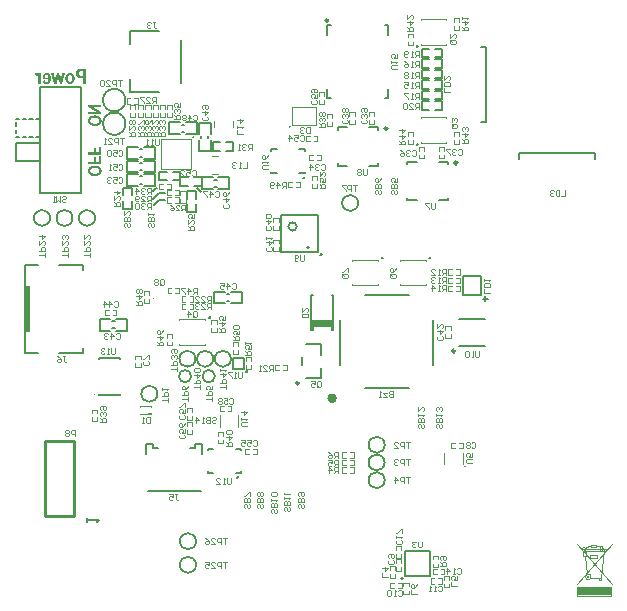
<source format=gbo>
G04*
G04 #@! TF.GenerationSoftware,Altium Limited,Altium Designer,21.0.9 (235)*
G04*
G04 Layer_Color=32896*
%FSLAX24Y24*%
%MOIN*%
G70*
G04*
G04 #@! TF.SameCoordinates,7913F74A-1B9B-402C-A4C5-A7CF04877313*
G04*
G04*
G04 #@! TF.FilePolarity,Positive*
G04*
G01*
G75*
%ADD10C,0.0059*%
%ADD11C,0.0049*%
%ADD12C,0.0100*%
%ADD13C,0.0060*%
%ADD15C,0.0079*%
%ADD16C,0.0098*%
%ADD267C,0.0039*%
%ADD268C,0.0177*%
%ADD269C,0.0083*%
%ADD270C,0.0060*%
%ADD271R,0.0197X0.1575*%
%ADD272R,0.0039X0.0059*%
%ADD273R,0.0138X0.0059*%
%ADD274R,0.0138X0.0049*%
%ADD275R,0.1150X0.0289*%
G36*
X10049Y9262D02*
X9970D01*
Y9370D01*
X9400D01*
Y9262D01*
X9321D01*
Y9596D01*
X10049D01*
Y9262D01*
D02*
G37*
G36*
X1012Y17470D02*
X936D01*
X885Y17703D01*
X834Y17470D01*
X759D01*
X663Y17833D01*
X740D01*
X798Y17595D01*
X847Y17833D01*
X922D01*
X974Y17595D01*
X1030Y17833D01*
X1106D01*
X1012Y17470D01*
D02*
G37*
G36*
X518Y17841D02*
X528Y17839D01*
X538Y17837D01*
X547Y17834D01*
X555Y17830D01*
X563Y17826D01*
X570Y17822D01*
X576Y17818D01*
X582Y17814D01*
X587Y17810D01*
X592Y17806D01*
X595Y17802D01*
X598Y17799D01*
X600Y17797D01*
X601Y17795D01*
X602Y17795D01*
X609Y17784D01*
X616Y17773D01*
X621Y17761D01*
X626Y17749D01*
X630Y17737D01*
X634Y17725D01*
X637Y17713D01*
X639Y17702D01*
X640Y17691D01*
X642Y17681D01*
X643Y17672D01*
X643Y17664D01*
X644Y17661D01*
Y17658D01*
X644Y17655D01*
Y17653D01*
Y17651D01*
Y17650D01*
Y17649D01*
Y17649D01*
X644Y17632D01*
X642Y17617D01*
X640Y17601D01*
X637Y17588D01*
X635Y17575D01*
X631Y17563D01*
X627Y17552D01*
X623Y17543D01*
X619Y17534D01*
X615Y17527D01*
X612Y17520D01*
X609Y17515D01*
X606Y17511D01*
X604Y17508D01*
X602Y17506D01*
X602Y17506D01*
X595Y17498D01*
X587Y17491D01*
X579Y17485D01*
X571Y17480D01*
X562Y17476D01*
X554Y17472D01*
X546Y17469D01*
X538Y17467D01*
X530Y17465D01*
X523Y17464D01*
X516Y17463D01*
X511Y17462D01*
X506Y17462D01*
X503Y17461D01*
X500D01*
X491Y17462D01*
X483Y17463D01*
X475Y17464D01*
X467Y17466D01*
X460Y17467D01*
X454Y17470D01*
X448Y17472D01*
X442Y17475D01*
X437Y17477D01*
X432Y17480D01*
X429Y17482D01*
X425Y17484D01*
X423Y17485D01*
X421Y17487D01*
X420Y17487D01*
X420Y17488D01*
X414Y17493D01*
X408Y17499D01*
X403Y17505D01*
X398Y17512D01*
X393Y17518D01*
X389Y17525D01*
X385Y17532D01*
X383Y17538D01*
X380Y17545D01*
X377Y17550D01*
X375Y17556D01*
X373Y17560D01*
X372Y17564D01*
X371Y17567D01*
X370Y17568D01*
Y17569D01*
X448Y17585D01*
X451Y17576D01*
X454Y17568D01*
X458Y17561D01*
X462Y17555D01*
X466Y17550D01*
X470Y17546D01*
X474Y17543D01*
X479Y17540D01*
X483Y17538D01*
X487Y17536D01*
X490Y17535D01*
X493Y17534D01*
X495Y17534D01*
X498Y17533D01*
X499D01*
X504Y17534D01*
X509Y17534D01*
X513Y17535D01*
X518Y17537D01*
X525Y17541D01*
X532Y17545D01*
X537Y17549D01*
X539Y17551D01*
X541Y17553D01*
X543Y17554D01*
X544Y17555D01*
X544Y17556D01*
X545Y17557D01*
X548Y17561D01*
X551Y17566D01*
X553Y17572D01*
X555Y17577D01*
X559Y17588D01*
X561Y17599D01*
X562Y17604D01*
X562Y17609D01*
X563Y17613D01*
X563Y17617D01*
X563Y17619D01*
Y17622D01*
Y17623D01*
Y17624D01*
X367D01*
Y17634D01*
X367Y17654D01*
X368Y17671D01*
X370Y17688D01*
X373Y17704D01*
X376Y17718D01*
X380Y17731D01*
X384Y17743D01*
X387Y17753D01*
X391Y17763D01*
X395Y17771D01*
X398Y17778D01*
X401Y17784D01*
X404Y17788D01*
X406Y17791D01*
X408Y17793D01*
X408Y17794D01*
X415Y17802D01*
X423Y17809D01*
X431Y17816D01*
X439Y17821D01*
X447Y17826D01*
X455Y17830D01*
X464Y17833D01*
X472Y17835D01*
X479Y17837D01*
X486Y17839D01*
X492Y17840D01*
X498Y17840D01*
X502Y17841D01*
X505Y17841D01*
X508D01*
X518Y17841D01*
D02*
G37*
G36*
X1800Y17470D02*
X1717D01*
Y17659D01*
X1650D01*
X1637Y17659D01*
X1626Y17660D01*
X1615Y17661D01*
X1606Y17662D01*
X1597Y17664D01*
X1589Y17665D01*
X1582Y17666D01*
X1577Y17668D01*
X1571Y17669D01*
X1567Y17670D01*
X1564Y17671D01*
X1561Y17672D01*
X1559Y17673D01*
X1558Y17673D01*
X1558D01*
X1552Y17676D01*
X1547Y17680D01*
X1537Y17688D01*
X1528Y17696D01*
X1520Y17705D01*
X1517Y17709D01*
X1514Y17713D01*
X1512Y17716D01*
X1510Y17719D01*
X1508Y17722D01*
X1507Y17723D01*
X1507Y17725D01*
X1506Y17725D01*
X1503Y17732D01*
X1499Y17739D01*
X1497Y17747D01*
X1494Y17755D01*
X1491Y17770D01*
X1489Y17777D01*
X1488Y17784D01*
X1487Y17791D01*
X1487Y17797D01*
X1486Y17802D01*
X1486Y17807D01*
X1486Y17811D01*
Y17814D01*
Y17815D01*
Y17816D01*
X1486Y17827D01*
X1487Y17837D01*
X1488Y17847D01*
X1489Y17857D01*
X1491Y17865D01*
X1493Y17873D01*
X1495Y17881D01*
X1497Y17887D01*
X1500Y17893D01*
X1502Y17898D01*
X1504Y17903D01*
X1506Y17907D01*
X1507Y17910D01*
X1508Y17912D01*
X1509Y17913D01*
X1510Y17914D01*
X1514Y17921D01*
X1519Y17927D01*
X1524Y17932D01*
X1529Y17937D01*
X1534Y17942D01*
X1539Y17946D01*
X1544Y17950D01*
X1548Y17953D01*
X1553Y17955D01*
X1557Y17958D01*
X1561Y17960D01*
X1564Y17961D01*
X1566Y17962D01*
X1568Y17962D01*
X1569Y17963D01*
X1570D01*
X1575Y17965D01*
X1581Y17966D01*
X1587Y17967D01*
X1595Y17968D01*
X1602Y17968D01*
X1611Y17969D01*
X1627Y17970D01*
X1635D01*
X1642Y17970D01*
X1649D01*
X1655Y17971D01*
X1800D01*
Y17470D01*
D02*
G37*
G36*
X172Y17841D02*
X179Y17839D01*
X185Y17837D01*
X190Y17835D01*
X194Y17833D01*
X197Y17831D01*
X199Y17829D01*
X200Y17829D01*
X203Y17826D01*
X205Y17823D01*
X208Y17820D01*
X211Y17816D01*
X217Y17809D01*
X222Y17800D01*
X226Y17793D01*
X228Y17790D01*
X230Y17787D01*
X231Y17784D01*
X232Y17782D01*
X233Y17781D01*
X233Y17781D01*
Y17833D01*
X306D01*
Y17470D01*
X227D01*
Y17582D01*
Y17597D01*
X227Y17611D01*
Y17624D01*
X226Y17636D01*
X226Y17646D01*
X226Y17656D01*
X225Y17665D01*
X225Y17672D01*
X224Y17679D01*
X223Y17684D01*
X223Y17689D01*
X223Y17692D01*
X222Y17695D01*
Y17697D01*
X222Y17698D01*
Y17699D01*
X221Y17705D01*
X220Y17710D01*
X218Y17715D01*
X217Y17719D01*
X215Y17723D01*
X214Y17726D01*
X212Y17730D01*
X211Y17733D01*
X209Y17735D01*
X208Y17737D01*
X206Y17740D01*
X204Y17742D01*
X204Y17743D01*
X199Y17747D01*
X194Y17750D01*
X189Y17752D01*
X185Y17753D01*
X181Y17754D01*
X178Y17755D01*
X172D01*
X168Y17754D01*
X162Y17752D01*
X156Y17750D01*
X150Y17747D01*
X145Y17744D01*
X141Y17742D01*
X140Y17740D01*
X139Y17740D01*
X138Y17739D01*
X138Y17739D01*
X113Y17823D01*
X118Y17826D01*
X122Y17829D01*
X127Y17831D01*
X132Y17833D01*
X141Y17837D01*
X148Y17839D01*
X152Y17840D01*
X155Y17840D01*
X158Y17841D01*
X161D01*
X162Y17841D01*
X165D01*
X172Y17841D01*
D02*
G37*
G36*
X1291D02*
X1299Y17840D01*
X1306Y17839D01*
X1313Y17838D01*
X1320Y17836D01*
X1326Y17834D01*
X1332Y17832D01*
X1338Y17830D01*
X1343Y17828D01*
X1347Y17826D01*
X1351Y17824D01*
X1354Y17822D01*
X1357Y17821D01*
X1359Y17820D01*
X1360Y17819D01*
X1360Y17819D01*
X1366Y17814D01*
X1372Y17810D01*
X1383Y17799D01*
X1388Y17794D01*
X1393Y17789D01*
X1397Y17783D01*
X1400Y17778D01*
X1404Y17773D01*
X1407Y17768D01*
X1409Y17764D01*
X1411Y17760D01*
X1413Y17757D01*
X1414Y17755D01*
X1415Y17754D01*
X1415Y17753D01*
X1419Y17745D01*
X1422Y17737D01*
X1425Y17728D01*
X1427Y17720D01*
X1429Y17712D01*
X1431Y17703D01*
X1433Y17696D01*
X1434Y17688D01*
X1434Y17682D01*
X1435Y17675D01*
X1436Y17670D01*
X1436Y17665D01*
X1436Y17661D01*
Y17658D01*
Y17657D01*
Y17656D01*
X1436Y17639D01*
X1434Y17623D01*
X1432Y17608D01*
X1430Y17594D01*
X1426Y17581D01*
X1423Y17569D01*
X1419Y17558D01*
X1414Y17549D01*
X1410Y17540D01*
X1406Y17533D01*
X1403Y17527D01*
X1399Y17521D01*
X1397Y17517D01*
X1394Y17514D01*
X1393Y17513D01*
X1393Y17512D01*
X1384Y17503D01*
X1375Y17495D01*
X1366Y17488D01*
X1357Y17483D01*
X1348Y17478D01*
X1339Y17474D01*
X1330Y17470D01*
X1321Y17468D01*
X1313Y17466D01*
X1306Y17464D01*
X1299Y17463D01*
X1294Y17462D01*
X1289Y17462D01*
X1286Y17461D01*
X1283D01*
X1275Y17462D01*
X1268Y17463D01*
X1260Y17464D01*
X1254Y17465D01*
X1247Y17467D01*
X1241Y17469D01*
X1235Y17471D01*
X1229Y17473D01*
X1224Y17475D01*
X1220Y17477D01*
X1216Y17479D01*
X1213Y17481D01*
X1210Y17482D01*
X1208Y17483D01*
X1207Y17484D01*
X1207Y17484D01*
X1201Y17488D01*
X1194Y17493D01*
X1184Y17504D01*
X1178Y17510D01*
X1174Y17516D01*
X1170Y17521D01*
X1166Y17526D01*
X1162Y17531D01*
X1159Y17536D01*
X1157Y17541D01*
X1154Y17544D01*
X1153Y17547D01*
X1152Y17550D01*
X1151Y17551D01*
X1151Y17552D01*
X1147Y17560D01*
X1144Y17569D01*
X1141Y17578D01*
X1138Y17587D01*
X1136Y17595D01*
X1134Y17604D01*
X1133Y17612D01*
X1132Y17619D01*
X1131Y17627D01*
X1130Y17633D01*
X1130Y17639D01*
X1130Y17644D01*
X1129Y17648D01*
Y17651D01*
Y17652D01*
Y17653D01*
X1130Y17667D01*
X1131Y17681D01*
X1133Y17693D01*
X1135Y17705D01*
X1139Y17717D01*
X1142Y17728D01*
X1146Y17738D01*
X1150Y17747D01*
X1154Y17755D01*
X1157Y17763D01*
X1161Y17769D01*
X1164Y17775D01*
X1167Y17779D01*
X1168Y17782D01*
X1170Y17784D01*
X1170Y17785D01*
X1178Y17794D01*
X1187Y17803D01*
X1196Y17811D01*
X1205Y17817D01*
X1215Y17823D01*
X1224Y17827D01*
X1233Y17831D01*
X1242Y17834D01*
X1251Y17836D01*
X1258Y17838D01*
X1265Y17839D01*
X1271Y17840D01*
X1276Y17841D01*
X1280Y17841D01*
X1283D01*
X1291Y17841D01*
D02*
G37*
G36*
X2330Y16694D02*
X2037D01*
X2330Y16547D01*
Y16476D01*
X1892D01*
Y16544D01*
X2178D01*
X1892Y16688D01*
Y16761D01*
X2330D01*
Y16694D01*
D02*
G37*
G36*
X2131Y16418D02*
X2149Y16417D01*
X2167Y16414D01*
X2183Y16411D01*
X2198Y16407D01*
X2212Y16403D01*
X2224Y16399D01*
X2236Y16394D01*
X2246Y16390D01*
X2250Y16388D01*
X2254Y16385D01*
X2258Y16383D01*
X2262Y16381D01*
X2265Y16379D01*
X2268Y16377D01*
X2270Y16376D01*
X2273Y16375D01*
X2275Y16373D01*
X2276Y16372D01*
X2277Y16371D01*
X2278Y16371D01*
X2278Y16370D01*
X2279D01*
X2284Y16365D01*
X2289Y16361D01*
X2294Y16356D01*
X2298Y16351D01*
X2306Y16341D01*
X2313Y16330D01*
X2319Y16319D01*
X2323Y16309D01*
X2327Y16299D01*
X2330Y16289D01*
X2333Y16280D01*
X2334Y16271D01*
X2336Y16264D01*
X2337Y16257D01*
X2337Y16254D01*
X2337Y16252D01*
Y16250D01*
X2338Y16248D01*
Y16244D01*
X2337Y16235D01*
X2337Y16225D01*
X2335Y16216D01*
X2334Y16208D01*
X2332Y16200D01*
X2330Y16192D01*
X2328Y16185D01*
X2325Y16179D01*
X2323Y16173D01*
X2321Y16168D01*
X2319Y16164D01*
X2317Y16160D01*
X2315Y16157D01*
X2314Y16155D01*
X2313Y16154D01*
X2313Y16154D01*
X2308Y16147D01*
X2302Y16140D01*
X2297Y16134D01*
X2290Y16128D01*
X2284Y16123D01*
X2278Y16118D01*
X2272Y16113D01*
X2265Y16109D01*
X2260Y16106D01*
X2254Y16102D01*
X2250Y16099D01*
X2245Y16097D01*
X2242Y16095D01*
X2239Y16094D01*
X2238Y16093D01*
X2237Y16093D01*
X2227Y16089D01*
X2217Y16086D01*
X2206Y16082D01*
X2195Y16080D01*
X2185Y16077D01*
X2174Y16076D01*
X2164Y16074D01*
X2154Y16073D01*
X2144Y16072D01*
X2136Y16071D01*
X2128Y16071D01*
X2121Y16070D01*
X2118D01*
X2116Y16070D01*
X2114D01*
X2112D01*
X2110D01*
X2109D01*
X2109D01*
X2108D01*
X2089Y16071D01*
X2070Y16072D01*
X2053Y16075D01*
X2036Y16078D01*
X2021Y16082D01*
X2007Y16086D01*
X1995Y16091D01*
X1983Y16096D01*
X1973Y16100D01*
X1968Y16103D01*
X1964Y16105D01*
X1960Y16107D01*
X1956Y16109D01*
X1953Y16111D01*
X1950Y16113D01*
X1947Y16115D01*
X1945Y16116D01*
X1943Y16118D01*
X1941Y16119D01*
X1940Y16120D01*
X1939Y16121D01*
X1939Y16121D01*
X1939D01*
X1929Y16130D01*
X1921Y16140D01*
X1914Y16149D01*
X1907Y16159D01*
X1902Y16170D01*
X1898Y16180D01*
X1894Y16190D01*
X1891Y16200D01*
X1889Y16209D01*
X1887Y16217D01*
X1886Y16225D01*
X1885Y16231D01*
X1885Y16234D01*
X1885Y16237D01*
Y16239D01*
X1884Y16241D01*
Y16244D01*
X1885Y16259D01*
X1887Y16272D01*
X1890Y16284D01*
X1893Y16296D01*
X1897Y16307D01*
X1902Y16317D01*
X1906Y16326D01*
X1912Y16335D01*
X1917Y16342D01*
X1922Y16349D01*
X1926Y16354D01*
X1930Y16359D01*
X1934Y16363D01*
X1937Y16365D01*
X1938Y16366D01*
X1939Y16367D01*
X1951Y16376D01*
X1964Y16384D01*
X1978Y16391D01*
X1992Y16397D01*
X2006Y16402D01*
X2021Y16406D01*
X2034Y16410D01*
X2048Y16412D01*
X2061Y16414D01*
X2073Y16416D01*
X2078Y16417D01*
X2083Y16417D01*
X2088Y16417D01*
X2093Y16418D01*
X2097D01*
X2100Y16418D01*
X2103D01*
X2106Y16419D01*
X2108D01*
X2110D01*
X2111D01*
X2111D01*
X2131Y16418D01*
D02*
G37*
G36*
X2330Y15113D02*
X1892D01*
Y15185D01*
X2078D01*
Y15336D01*
X2152D01*
Y15185D01*
X2256D01*
Y15359D01*
X2330D01*
Y15113D01*
D02*
G37*
G36*
Y14806D02*
X1892D01*
Y14878D01*
X2078D01*
Y15029D01*
X2152D01*
Y14878D01*
X2256D01*
Y15052D01*
X2330D01*
Y14806D01*
D02*
G37*
G36*
X2131Y14748D02*
X2149Y14747D01*
X2167Y14744D01*
X2183Y14741D01*
X2198Y14737D01*
X2212Y14733D01*
X2224Y14729D01*
X2236Y14724D01*
X2246Y14720D01*
X2250Y14718D01*
X2254Y14715D01*
X2258Y14713D01*
X2262Y14711D01*
X2265Y14709D01*
X2268Y14707D01*
X2270Y14706D01*
X2273Y14705D01*
X2275Y14703D01*
X2276Y14702D01*
X2277Y14701D01*
X2278Y14701D01*
X2278Y14700D01*
X2279D01*
X2284Y14695D01*
X2289Y14691D01*
X2294Y14686D01*
X2298Y14681D01*
X2306Y14671D01*
X2313Y14660D01*
X2319Y14649D01*
X2323Y14639D01*
X2327Y14629D01*
X2330Y14619D01*
X2333Y14610D01*
X2334Y14601D01*
X2336Y14594D01*
X2337Y14587D01*
X2337Y14584D01*
X2337Y14582D01*
Y14579D01*
X2338Y14578D01*
Y14574D01*
X2337Y14565D01*
X2337Y14555D01*
X2335Y14546D01*
X2334Y14538D01*
X2332Y14530D01*
X2330Y14522D01*
X2328Y14515D01*
X2325Y14509D01*
X2323Y14503D01*
X2321Y14498D01*
X2319Y14494D01*
X2317Y14490D01*
X2315Y14487D01*
X2314Y14485D01*
X2313Y14484D01*
X2313Y14484D01*
X2308Y14477D01*
X2302Y14470D01*
X2297Y14464D01*
X2290Y14458D01*
X2284Y14453D01*
X2278Y14448D01*
X2272Y14443D01*
X2265Y14439D01*
X2260Y14436D01*
X2254Y14432D01*
X2250Y14429D01*
X2245Y14427D01*
X2242Y14425D01*
X2239Y14424D01*
X2238Y14423D01*
X2237Y14423D01*
X2227Y14419D01*
X2217Y14416D01*
X2206Y14412D01*
X2195Y14410D01*
X2185Y14407D01*
X2174Y14406D01*
X2164Y14404D01*
X2154Y14403D01*
X2144Y14402D01*
X2136Y14401D01*
X2128Y14401D01*
X2121Y14400D01*
X2118D01*
X2116Y14400D01*
X2114D01*
X2112D01*
X2110D01*
X2109D01*
X2109D01*
X2108D01*
X2089Y14401D01*
X2070Y14402D01*
X2053Y14405D01*
X2036Y14408D01*
X2021Y14412D01*
X2007Y14416D01*
X1995Y14421D01*
X1983Y14426D01*
X1973Y14430D01*
X1968Y14433D01*
X1964Y14435D01*
X1960Y14437D01*
X1956Y14439D01*
X1953Y14441D01*
X1950Y14443D01*
X1947Y14445D01*
X1945Y14446D01*
X1943Y14448D01*
X1941Y14449D01*
X1940Y14450D01*
X1939Y14451D01*
X1939Y14451D01*
X1939D01*
X1929Y14460D01*
X1921Y14470D01*
X1914Y14479D01*
X1907Y14489D01*
X1902Y14500D01*
X1898Y14510D01*
X1894Y14520D01*
X1891Y14530D01*
X1889Y14539D01*
X1887Y14547D01*
X1886Y14555D01*
X1885Y14561D01*
X1885Y14564D01*
X1885Y14567D01*
Y14569D01*
X1884Y14571D01*
Y14574D01*
X1885Y14589D01*
X1887Y14602D01*
X1890Y14614D01*
X1893Y14626D01*
X1897Y14637D01*
X1902Y14647D01*
X1906Y14656D01*
X1912Y14665D01*
X1917Y14672D01*
X1922Y14679D01*
X1926Y14684D01*
X1930Y14689D01*
X1934Y14693D01*
X1937Y14695D01*
X1938Y14696D01*
X1939Y14697D01*
X1951Y14706D01*
X1964Y14714D01*
X1978Y14721D01*
X1992Y14727D01*
X2006Y14732D01*
X2021Y14736D01*
X2034Y14740D01*
X2048Y14742D01*
X2061Y14744D01*
X2073Y14746D01*
X2078Y14747D01*
X2083Y14747D01*
X2088Y14747D01*
X2093Y14748D01*
X2097D01*
X2100Y14748D01*
X2103D01*
X2106Y14749D01*
X2108D01*
X2110D01*
X2111D01*
X2111D01*
X2131Y14748D01*
D02*
G37*
%LPC*%
G36*
X506Y17768D02*
X503D01*
X499Y17767D01*
X495Y17767D01*
X491Y17766D01*
X487Y17765D01*
X480Y17761D01*
X474Y17757D01*
X469Y17753D01*
X466Y17750D01*
X465Y17748D01*
X464Y17747D01*
X463Y17747D01*
X463Y17746D01*
X460Y17742D01*
X457Y17738D01*
X452Y17728D01*
X449Y17717D01*
X447Y17706D01*
X446Y17702D01*
X445Y17697D01*
X445Y17693D01*
X445Y17689D01*
Y17686D01*
X444Y17684D01*
Y17683D01*
Y17682D01*
X562D01*
Y17690D01*
X562Y17697D01*
X561Y17703D01*
X560Y17709D01*
X559Y17715D01*
X557Y17720D01*
X556Y17725D01*
X554Y17729D01*
X552Y17733D01*
X551Y17736D01*
X549Y17739D01*
X548Y17741D01*
X547Y17743D01*
X546Y17744D01*
X545Y17745D01*
Y17745D01*
X542Y17749D01*
X539Y17753D01*
X535Y17756D01*
X532Y17758D01*
X528Y17760D01*
X525Y17762D01*
X518Y17765D01*
X512Y17767D01*
X509Y17767D01*
X507Y17767D01*
X506Y17768D01*
D02*
G37*
G36*
X1717Y17886D02*
X1668D01*
X1659Y17886D01*
X1652D01*
X1645Y17885D01*
X1638Y17884D01*
X1633Y17884D01*
X1628Y17884D01*
X1624Y17883D01*
X1620Y17883D01*
X1617Y17882D01*
X1614Y17881D01*
X1612Y17881D01*
X1611Y17881D01*
X1610Y17880D01*
X1609Y17880D01*
X1603Y17877D01*
X1598Y17874D01*
X1593Y17870D01*
X1589Y17866D01*
X1586Y17863D01*
X1584Y17860D01*
X1582Y17857D01*
X1582Y17857D01*
Y17857D01*
X1578Y17850D01*
X1575Y17843D01*
X1573Y17836D01*
X1572Y17829D01*
X1571Y17824D01*
X1571Y17821D01*
X1571Y17819D01*
Y17817D01*
Y17816D01*
Y17815D01*
Y17815D01*
X1571Y17806D01*
X1572Y17798D01*
X1574Y17791D01*
X1576Y17785D01*
X1578Y17780D01*
X1579Y17776D01*
X1580Y17775D01*
X1581Y17774D01*
X1581Y17773D01*
Y17773D01*
X1585Y17767D01*
X1590Y17762D01*
X1595Y17758D01*
X1599Y17755D01*
X1603Y17753D01*
X1606Y17751D01*
X1608Y17750D01*
X1608Y17750D01*
X1609D01*
X1612Y17749D01*
X1616Y17747D01*
X1621Y17747D01*
X1626Y17746D01*
X1636Y17745D01*
X1646Y17744D01*
X1651Y17744D01*
X1661D01*
X1664Y17743D01*
X1717D01*
Y17886D01*
D02*
G37*
G36*
X1286Y17763D02*
X1283D01*
X1278Y17763D01*
X1272Y17762D01*
X1267Y17760D01*
X1262Y17759D01*
X1254Y17754D01*
X1246Y17749D01*
X1243Y17746D01*
X1240Y17743D01*
X1238Y17741D01*
X1235Y17739D01*
X1234Y17737D01*
X1233Y17736D01*
X1232Y17735D01*
X1232Y17735D01*
X1228Y17729D01*
X1224Y17723D01*
X1222Y17716D01*
X1219Y17710D01*
X1217Y17703D01*
X1215Y17696D01*
X1212Y17682D01*
X1212Y17676D01*
X1211Y17671D01*
X1211Y17665D01*
X1210Y17661D01*
X1210Y17657D01*
Y17654D01*
Y17652D01*
Y17652D01*
X1210Y17642D01*
X1211Y17632D01*
X1212Y17623D01*
X1213Y17615D01*
X1215Y17608D01*
X1217Y17601D01*
X1219Y17594D01*
X1221Y17589D01*
X1222Y17584D01*
X1225Y17580D01*
X1226Y17576D01*
X1228Y17573D01*
X1229Y17571D01*
X1230Y17569D01*
X1231Y17568D01*
X1231Y17568D01*
X1235Y17563D01*
X1239Y17558D01*
X1244Y17555D01*
X1248Y17551D01*
X1252Y17549D01*
X1257Y17547D01*
X1261Y17545D01*
X1265Y17543D01*
X1272Y17541D01*
X1275Y17540D01*
X1277Y17540D01*
X1279D01*
X1281Y17540D01*
X1282D01*
X1288Y17540D01*
X1293Y17541D01*
X1298Y17542D01*
X1303Y17544D01*
X1312Y17548D01*
X1320Y17554D01*
X1323Y17556D01*
X1326Y17559D01*
X1328Y17561D01*
X1330Y17563D01*
X1332Y17565D01*
X1333Y17567D01*
X1334Y17567D01*
X1334Y17568D01*
X1338Y17573D01*
X1341Y17580D01*
X1344Y17586D01*
X1346Y17592D01*
X1349Y17600D01*
X1350Y17607D01*
X1353Y17620D01*
X1354Y17627D01*
X1355Y17632D01*
X1355Y17638D01*
X1355Y17642D01*
X1356Y17646D01*
Y17649D01*
Y17651D01*
Y17651D01*
X1355Y17661D01*
X1355Y17671D01*
X1354Y17679D01*
X1352Y17688D01*
X1351Y17695D01*
X1349Y17702D01*
X1347Y17708D01*
X1345Y17713D01*
X1343Y17718D01*
X1341Y17723D01*
X1339Y17726D01*
X1338Y17729D01*
X1336Y17732D01*
X1335Y17733D01*
X1335Y17734D01*
X1335Y17735D01*
X1330Y17740D01*
X1326Y17744D01*
X1322Y17748D01*
X1318Y17751D01*
X1313Y17754D01*
X1309Y17756D01*
X1305Y17758D01*
X1301Y17759D01*
X1294Y17762D01*
X1291Y17762D01*
X1288Y17763D01*
X1286Y17763D01*
D02*
G37*
G36*
X2118Y16344D02*
X2116D01*
X2115D01*
X2114D01*
X2113D01*
X2113D01*
X2099Y16344D01*
X2085Y16343D01*
X2073Y16342D01*
X2062Y16340D01*
X2051Y16338D01*
X2042Y16335D01*
X2033Y16332D01*
X2026Y16330D01*
X2019Y16327D01*
X2013Y16325D01*
X2008Y16322D01*
X2004Y16320D01*
X2001Y16318D01*
X1999Y16317D01*
X1998Y16316D01*
X1997Y16316D01*
X1991Y16310D01*
X1985Y16305D01*
X1980Y16299D01*
X1976Y16293D01*
X1972Y16287D01*
X1969Y16281D01*
X1966Y16275D01*
X1964Y16270D01*
X1963Y16264D01*
X1962Y16260D01*
X1961Y16255D01*
X1961Y16252D01*
X1960Y16249D01*
X1960Y16247D01*
Y16245D01*
X1960Y16237D01*
X1962Y16229D01*
X1963Y16222D01*
X1966Y16215D01*
X1969Y16209D01*
X1972Y16203D01*
X1975Y16198D01*
X1979Y16193D01*
X1982Y16188D01*
X1986Y16184D01*
X1989Y16181D01*
X1992Y16178D01*
X1994Y16176D01*
X1996Y16174D01*
X1997Y16173D01*
X1998Y16173D01*
X2005Y16168D01*
X2013Y16164D01*
X2022Y16160D01*
X2031Y16157D01*
X2041Y16154D01*
X2050Y16152D01*
X2059Y16150D01*
X2068Y16148D01*
X2077Y16147D01*
X2085Y16146D01*
X2092Y16145D01*
X2099Y16145D01*
X2104D01*
X2106Y16145D01*
X2108D01*
X2109D01*
X2110D01*
X2111D01*
X2111D01*
X2125Y16145D01*
X2138Y16146D01*
X2150Y16147D01*
X2161Y16149D01*
X2172Y16151D01*
X2181Y16153D01*
X2190Y16156D01*
X2197Y16158D01*
X2204Y16161D01*
X2209Y16164D01*
X2214Y16166D01*
X2218Y16168D01*
X2221Y16170D01*
X2224Y16171D01*
X2225Y16172D01*
X2225Y16172D01*
X2232Y16178D01*
X2238Y16183D01*
X2242Y16190D01*
X2247Y16195D01*
X2250Y16202D01*
X2253Y16207D01*
X2256Y16213D01*
X2258Y16219D01*
X2259Y16224D01*
X2260Y16229D01*
X2261Y16234D01*
X2262Y16237D01*
X2262Y16240D01*
X2262Y16243D01*
Y16245D01*
X2262Y16253D01*
X2261Y16261D01*
X2259Y16268D01*
X2256Y16275D01*
X2254Y16281D01*
X2251Y16287D01*
X2247Y16292D01*
X2244Y16297D01*
X2241Y16302D01*
X2237Y16306D01*
X2234Y16309D01*
X2231Y16312D01*
X2229Y16314D01*
X2227Y16315D01*
X2226Y16316D01*
X2226Y16317D01*
X2218Y16321D01*
X2210Y16326D01*
X2202Y16329D01*
X2193Y16332D01*
X2183Y16335D01*
X2174Y16337D01*
X2165Y16339D01*
X2156Y16341D01*
X2147Y16342D01*
X2139Y16343D01*
X2132Y16343D01*
X2125Y16344D01*
X2120D01*
X2118Y16344D01*
D02*
G37*
G36*
Y14674D02*
X2116D01*
X2115D01*
X2114D01*
X2113D01*
X2113D01*
X2099Y14674D01*
X2085Y14673D01*
X2073Y14672D01*
X2062Y14670D01*
X2051Y14668D01*
X2042Y14665D01*
X2033Y14662D01*
X2026Y14660D01*
X2019Y14657D01*
X2013Y14655D01*
X2008Y14652D01*
X2004Y14650D01*
X2001Y14648D01*
X1999Y14647D01*
X1998Y14646D01*
X1997Y14646D01*
X1991Y14640D01*
X1985Y14635D01*
X1980Y14629D01*
X1976Y14623D01*
X1972Y14617D01*
X1969Y14611D01*
X1966Y14605D01*
X1964Y14600D01*
X1963Y14594D01*
X1962Y14590D01*
X1961Y14585D01*
X1961Y14582D01*
X1960Y14579D01*
X1960Y14577D01*
Y14575D01*
X1960Y14567D01*
X1962Y14559D01*
X1963Y14552D01*
X1966Y14545D01*
X1969Y14539D01*
X1972Y14533D01*
X1975Y14528D01*
X1979Y14523D01*
X1982Y14518D01*
X1986Y14514D01*
X1989Y14511D01*
X1992Y14508D01*
X1994Y14506D01*
X1996Y14504D01*
X1997Y14503D01*
X1998Y14503D01*
X2005Y14498D01*
X2013Y14494D01*
X2022Y14490D01*
X2031Y14487D01*
X2041Y14484D01*
X2050Y14482D01*
X2059Y14480D01*
X2068Y14478D01*
X2077Y14477D01*
X2085Y14476D01*
X2092Y14475D01*
X2099Y14475D01*
X2104D01*
X2106Y14475D01*
X2108D01*
X2109D01*
X2110D01*
X2111D01*
X2111D01*
X2125Y14475D01*
X2138Y14476D01*
X2150Y14477D01*
X2161Y14479D01*
X2172Y14481D01*
X2181Y14483D01*
X2190Y14486D01*
X2197Y14488D01*
X2204Y14491D01*
X2209Y14494D01*
X2214Y14496D01*
X2218Y14498D01*
X2221Y14500D01*
X2224Y14501D01*
X2225Y14502D01*
X2225Y14502D01*
X2232Y14508D01*
X2238Y14513D01*
X2242Y14520D01*
X2247Y14525D01*
X2250Y14532D01*
X2253Y14537D01*
X2256Y14543D01*
X2258Y14549D01*
X2259Y14554D01*
X2260Y14559D01*
X2261Y14564D01*
X2262Y14567D01*
X2262Y14570D01*
X2262Y14573D01*
Y14575D01*
X2262Y14583D01*
X2261Y14591D01*
X2259Y14598D01*
X2256Y14605D01*
X2254Y14611D01*
X2251Y14617D01*
X2247Y14622D01*
X2244Y14627D01*
X2241Y14632D01*
X2237Y14636D01*
X2234Y14639D01*
X2231Y14642D01*
X2229Y14644D01*
X2227Y14645D01*
X2226Y14646D01*
X2226Y14647D01*
X2218Y14651D01*
X2210Y14656D01*
X2202Y14659D01*
X2193Y14662D01*
X2183Y14665D01*
X2174Y14667D01*
X2165Y14669D01*
X2156Y14671D01*
X2147Y14672D01*
X2139Y14673D01*
X2132Y14673D01*
X2125Y14674D01*
X2120D01*
X2118Y14674D01*
D02*
G37*
%LPD*%
D10*
X5465Y8307D02*
G03*
X5465Y8307I-268J0D01*
G01*
X6055Y8307D02*
G03*
X6055Y8307I-268J0D01*
G01*
X6646Y8307D02*
G03*
X6646Y8307I-268J0D01*
G01*
X5323Y7726D02*
G03*
X5323Y7726I-205J0D01*
G01*
X6110D02*
G03*
X6110Y7726I-205J0D01*
G01*
X8839Y12717D02*
G03*
X8839Y12717I-138J0D01*
G01*
X9242Y12008D02*
G03*
X9242Y12008I-30J0D01*
G01*
X14457Y4717D02*
G03*
X14457Y4717I-20J0D01*
G01*
X3130Y16142D02*
G03*
X3130Y16142I-374J0D01*
G01*
X5484Y2224D02*
G03*
X5484Y2224I-268J0D01*
G01*
X2118Y13000D02*
G03*
X2118Y13000I-268J0D01*
G01*
X10888Y13500D02*
G03*
X10888Y13500I-268J0D01*
G01*
X1368Y13000D02*
G03*
X1368Y13000I-268J0D01*
G01*
X618D02*
G03*
X618Y13000I-268J0D01*
G01*
X5484Y1437D02*
G03*
X5484Y1437I-268J0D01*
G01*
X4198Y7140D02*
G03*
X4198Y7140I-268J0D01*
G01*
X11773Y4259D02*
G03*
X11773Y4259I-268J0D01*
G01*
Y4850D02*
G03*
X11773Y4850I-268J0D01*
G01*
Y5440D02*
G03*
X11773Y5440I-268J0D01*
G01*
X3130Y16929D02*
G03*
X3130Y16929I-374J0D01*
G01*
X11894Y16999D02*
Y17316D01*
X11894Y19104D02*
Y19421D01*
X9866Y16999D02*
Y17316D01*
Y19104D02*
Y19421D01*
X11785Y16999D02*
X11894D01*
X9866D02*
X9974D01*
X11785Y19421D02*
X11894D01*
X9866Y19421D02*
X9974D01*
X11102Y7323D02*
X12598D01*
X10276Y8110D02*
Y9606D01*
X11102Y10433D02*
X12598D01*
X13386Y8110D02*
Y9606D01*
X14390Y11063D02*
X14980D01*
X14390Y10433D02*
X14980D01*
X3872Y3888D02*
X5634D01*
X5683Y5138D02*
Y5463D01*
X3813Y5138D02*
Y5463D01*
X3813D02*
X4059D01*
X4059Y5335D02*
X4226D01*
X4059D02*
X4059Y5463D01*
X5437D02*
X5437Y5335D01*
X5270D02*
X5437D01*
X5437Y5463D02*
X5683D01*
X13574Y13590D02*
X13889D01*
Y13669D01*
X12531Y13590D02*
X12846D01*
X12531D02*
Y13669D01*
Y14791D02*
Y14870D01*
X12846D01*
X13574D02*
X13889D01*
Y14791D02*
Y14870D01*
X8317Y11860D02*
X9557D01*
Y13100D01*
X8317D02*
X9557D01*
X8317Y11860D02*
Y13100D01*
X3268Y18802D02*
Y19226D01*
Y17198D02*
Y17621D01*
Y19226D02*
X4252D01*
X4993Y17483D02*
Y18940D01*
X3268Y17198D02*
X4252D01*
X12449Y1075D02*
X13276D01*
X12449Y1902D02*
X13276D01*
X12449Y1075D02*
Y1902D01*
X13276Y1075D02*
Y1902D01*
X11559Y15941D02*
Y16020D01*
X11244D02*
X11559D01*
X10201D02*
X10516D01*
X10201Y15941D02*
Y16020D01*
Y14740D02*
Y14819D01*
Y14740D02*
X10516D01*
X11559D02*
Y14819D01*
X11244Y14740D02*
X11559D01*
X9321Y10423D02*
X9370D01*
X10000D02*
X10049D01*
X10000Y9262D02*
X10049D01*
X9321D02*
X9370D01*
X9321D02*
Y10423D01*
X10049Y9262D02*
Y10423D01*
X9647Y7653D02*
Y8007D01*
Y8441D02*
Y8795D01*
X9136Y7653D02*
X9647D01*
X9136Y8795D02*
X9647D01*
X9017Y8086D02*
Y8362D01*
X15207Y10305D02*
X15049D01*
X15128Y10384D02*
Y10226D01*
D11*
X19016Y2029D02*
G03*
X19015Y2030I-41J-51D01*
G01*
X19017Y2028D02*
G03*
X19016Y2029I-42J-50D01*
G01*
X18652Y1034D02*
G03*
X18652Y1034I-94J0D01*
G01*
X18466Y1975D02*
G03*
X18466Y1975I-52J0D01*
G01*
X18588Y1034D02*
G03*
X18588Y1034I-30J0D01*
G01*
X9533Y14004D02*
Y14128D01*
Y14266D02*
Y14390D01*
X9360Y14004D02*
Y14128D01*
Y14266D02*
Y14390D01*
X9533D01*
X9360Y14004D02*
X9533D01*
X7138Y8238D02*
Y8362D01*
Y7976D02*
Y8100D01*
X7311Y8238D02*
Y8362D01*
Y7976D02*
Y8100D01*
X7138Y7976D02*
X7311D01*
X7138Y8362D02*
X7311D01*
X6715Y8469D02*
X6888D01*
X6715Y8854D02*
X6888D01*
X6715Y8730D02*
Y8854D01*
Y8469D02*
Y8593D01*
X6888Y8730D02*
Y8854D01*
Y8469D02*
Y8593D01*
X6890Y6023D02*
Y6437D01*
X6270Y6023D02*
Y6437D01*
X4675Y8751D02*
Y8875D01*
Y9013D02*
Y9137D01*
X4501Y8751D02*
Y8875D01*
Y9013D02*
Y9137D01*
X4675D01*
X4501Y8751D02*
X4675D01*
X4275Y16637D02*
Y16761D01*
Y16376D02*
Y16500D01*
X4448Y16637D02*
Y16761D01*
Y16376D02*
Y16500D01*
X4275Y16376D02*
X4448D01*
X4275Y16761D02*
X4448D01*
X4780Y13923D02*
X4904D01*
X4518D02*
X4642D01*
X4780Y13750D02*
X4904D01*
X4518D02*
X4642D01*
X4518D02*
Y13923D01*
X4904Y13750D02*
Y13923D01*
X4965Y13775D02*
Y13899D01*
Y13513D02*
Y13637D01*
X5138Y13775D02*
Y13899D01*
Y13513D02*
Y13637D01*
X4965Y13513D02*
X5138D01*
X4965Y13899D02*
X5138D01*
X11946Y1392D02*
X12119D01*
X11946Y1006D02*
X12119D01*
Y1130D01*
Y1268D02*
Y1392D01*
X11946Y1006D02*
Y1130D01*
Y1268D02*
Y1392D01*
X9747Y16797D02*
Y16921D01*
Y17059D02*
Y17183D01*
X9573Y16797D02*
Y16921D01*
Y17059D02*
Y17183D01*
X9747D01*
X9573Y16797D02*
X9747D01*
X8943Y14023D02*
Y14197D01*
X8557Y14023D02*
Y14197D01*
Y14023D02*
X8681D01*
X8819D02*
X8943D01*
X8557Y14197D02*
X8681D01*
X8819D02*
X8943D01*
X9257Y14923D02*
X9381D01*
X9519D02*
X9643D01*
X9257Y15097D02*
X9381D01*
X9519D02*
X9643D01*
Y14923D02*
Y15097D01*
X9257Y14923D02*
Y15097D01*
X6277Y6573D02*
X6401D01*
X6539D02*
X6663D01*
X6277Y6747D02*
X6401D01*
X6539D02*
X6663D01*
Y6573D02*
Y6747D01*
X6277Y6573D02*
Y6747D01*
X3463Y8413D02*
X3637D01*
X3463Y8027D02*
X3637D01*
Y8151D01*
Y8289D02*
Y8413D01*
X3463Y8027D02*
Y8151D01*
Y8289D02*
Y8413D01*
X4537Y10483D02*
X4661D01*
X4799D02*
X4923D01*
X4537Y10657D02*
X4661D01*
X4799D02*
X4923D01*
Y10483D02*
Y10657D01*
X4537Y10483D02*
Y10657D01*
X5393Y9963D02*
Y10137D01*
X5007Y9963D02*
Y10137D01*
Y9963D02*
X5131D01*
X5269D02*
X5393D01*
X5007Y10137D02*
X5131D01*
X5269D02*
X5393D01*
X5269Y10387D02*
X5393D01*
X5007D02*
X5131D01*
X5269Y10213D02*
X5393D01*
X5007D02*
X5131D01*
X5007D02*
Y10387D01*
X5393Y10213D02*
Y10387D01*
X3927Y10167D02*
Y10291D01*
Y10429D02*
Y10553D01*
X3753Y10167D02*
Y10291D01*
Y10429D02*
Y10553D01*
X3927D01*
X3753Y10167D02*
X3927D01*
X9496Y16111D02*
Y16684D01*
X8675Y16111D02*
X9496D01*
X8675Y16684D02*
X9496D01*
X8675Y16111D02*
Y16684D01*
X3795Y16761D02*
X3968D01*
X3795Y16375D02*
X3968D01*
Y16500D01*
Y16637D02*
Y16761D01*
X3795Y16375D02*
Y16500D01*
Y16637D02*
Y16761D01*
X4319Y14644D02*
X5303D01*
X4319D02*
Y15628D01*
X5303Y14644D02*
Y15628D01*
X4319D02*
X5303D01*
X6098Y16049D02*
Y16246D01*
X6704Y16049D02*
Y16246D01*
X13763Y4808D02*
Y5182D01*
X14393Y4808D02*
Y5182D01*
X11417Y16137D02*
Y16261D01*
Y16399D02*
Y16523D01*
X11243Y16137D02*
Y16261D01*
Y16399D02*
Y16523D01*
X11417D01*
X11243Y16137D02*
X11417D01*
X10685Y10754D02*
X11539D01*
Y10787D01*
X10685Y10754D02*
Y10787D01*
Y11575D02*
Y11608D01*
X11539D01*
Y11575D02*
Y11608D01*
X6223Y5873D02*
X6397D01*
X6223Y5487D02*
X6397D01*
Y5611D01*
Y5749D02*
Y5873D01*
X6223Y5487D02*
Y5611D01*
Y5749D02*
Y5873D01*
X6169Y9213D02*
Y9337D01*
Y9475D02*
Y9599D01*
X5995Y9213D02*
Y9337D01*
Y9475D02*
Y9599D01*
X6169D01*
X5995Y9213D02*
X6169D01*
X12547Y15743D02*
Y15867D01*
Y15481D02*
Y15605D01*
X12720Y15743D02*
Y15867D01*
Y15481D02*
Y15605D01*
X12547Y15481D02*
X12720D01*
X12547Y15867D02*
X12720D01*
X14091Y15743D02*
Y15867D01*
Y15481D02*
Y15605D01*
X14265Y15743D02*
Y15867D01*
Y15481D02*
Y15605D01*
X14091Y15481D02*
X14265D01*
X14091Y15867D02*
X14265D01*
X12543Y19019D02*
Y19143D01*
Y18757D02*
Y18881D01*
X12717Y19019D02*
Y19143D01*
Y18757D02*
Y18881D01*
X12543Y18757D02*
X12717D01*
X12543Y19143D02*
X12717D01*
X14265Y19268D02*
Y19392D01*
Y19530D02*
Y19654D01*
X14091Y19268D02*
Y19392D01*
Y19530D02*
Y19654D01*
X14265D01*
X14091Y19268D02*
X14265D01*
X13134Y11575D02*
Y11608D01*
X12280D02*
X13134D01*
X12280Y11575D02*
Y11608D01*
Y10754D02*
Y10787D01*
X13134Y10754D02*
Y10787D01*
X12280Y10754D02*
X13134D01*
X5787Y9594D02*
Y9627D01*
X4933D02*
X5787D01*
X4933Y9594D02*
Y9627D01*
Y8773D02*
Y8806D01*
X5787Y8773D02*
Y8806D01*
X4933Y8773D02*
X5787D01*
X12979Y15503D02*
Y15536D01*
Y15503D02*
X13833D01*
Y15536D01*
Y16324D02*
Y16357D01*
X12979Y16324D02*
Y16357D01*
X13833D01*
X12979Y18778D02*
Y18811D01*
Y18778D02*
X13833D01*
Y18811D01*
Y19599D02*
Y19632D01*
X12979Y19599D02*
Y19632D01*
X13833D01*
X10619Y5187D02*
X10743D01*
Y5013D02*
Y5187D01*
X10619Y5013D02*
X10743D01*
X10357Y5187D02*
X10481D01*
X10357Y5013D02*
X10481D01*
X10357D02*
Y5187D01*
X10619Y4937D02*
X10743D01*
Y4763D02*
Y4937D01*
X10619Y4763D02*
X10743D01*
X10357Y4937D02*
X10481D01*
X10357Y4763D02*
X10481D01*
X10357D02*
Y4937D01*
X10619Y4687D02*
X10743D01*
Y4513D02*
Y4687D01*
X10619Y4513D02*
X10743D01*
X10357Y4687D02*
X10481D01*
X10357Y4513D02*
X10481D01*
X10357D02*
Y4687D01*
X6006Y14475D02*
X6202D01*
X6006Y15081D02*
X6202D01*
X3283Y16377D02*
X3457D01*
X3283Y16763D02*
X3457D01*
X3283Y16639D02*
Y16763D01*
Y16377D02*
Y16501D01*
X3457Y16639D02*
Y16763D01*
Y16377D02*
Y16501D01*
X3555Y16637D02*
Y16761D01*
Y16375D02*
Y16500D01*
X3728Y16637D02*
Y16761D01*
Y16375D02*
Y16500D01*
X3555Y16375D02*
X3728D01*
X3555Y16761D02*
X3728D01*
X4208Y16376D02*
Y16500D01*
Y16637D02*
Y16761D01*
X4035Y16376D02*
Y16500D01*
Y16637D02*
Y16761D01*
X4208D01*
X4035Y16376D02*
X4208D01*
X4688D02*
Y16500D01*
Y16637D02*
Y16761D01*
X4515Y16376D02*
Y16500D01*
Y16637D02*
Y16761D01*
X4688D01*
X4515Y16376D02*
X4688D01*
X13995Y5343D02*
X14119D01*
X14257D02*
X14381D01*
X13995D02*
Y5516D01*
X14119Y5516D01*
X14381Y5343D02*
Y5516D01*
X14257Y5516D02*
X14381Y5516D01*
X8117Y7923D02*
X8241D01*
X8379D02*
X8503D01*
X8117Y8097D02*
X8241D01*
X8379D02*
X8503D01*
Y7923D02*
Y8097D01*
X8117Y7923D02*
Y8097D01*
X10593Y16137D02*
X10767D01*
X10593Y16523D02*
X10767D01*
X10593Y16399D02*
Y16523D01*
Y16137D02*
Y16261D01*
X10767Y16399D02*
Y16523D01*
Y16137D02*
Y16261D01*
X13380Y1132D02*
X13504D01*
X13642D02*
X13766D01*
X13380Y1305D02*
X13504D01*
X13642D02*
X13766D01*
Y1132D02*
Y1305D01*
X13380Y1132D02*
Y1305D01*
X13376Y1618D02*
Y1742D01*
Y1356D02*
Y1480D01*
X13549Y1618D02*
Y1742D01*
Y1356D02*
Y1480D01*
X13376Y1356D02*
X13549D01*
X13376Y1742D02*
X13549D01*
X14149Y10745D02*
X14273D01*
X13887D02*
X14011D01*
X14149Y10572D02*
X14273D01*
X13887D02*
X14011D01*
X13887D02*
Y10745D01*
X14273Y10572D02*
Y10745D01*
X14149Y11015D02*
X14273D01*
X13887D02*
X14011D01*
X14149Y10842D02*
X14273D01*
X13887D02*
X14011D01*
X13887D02*
Y11015D01*
X14273Y10842D02*
Y11015D01*
X14149Y11285D02*
X14273D01*
X13887D02*
X14011D01*
X14149Y11112D02*
X14273D01*
X13887D02*
X14011D01*
X13887D02*
Y11285D01*
X14273Y11112D02*
Y11285D01*
X4780Y13683D02*
X4904D01*
X4518D02*
X4642D01*
X4780Y13510D02*
X4904D01*
X4518D02*
X4642D01*
X4518D02*
Y13683D01*
X4904Y13510D02*
Y13683D01*
X3429Y16987D02*
X3553D01*
X3167D02*
X3291D01*
X3429Y16813D02*
X3553D01*
X3167D02*
X3291D01*
X3167D02*
Y16987D01*
X3553Y16813D02*
Y16987D01*
X4519Y14137D02*
X4643D01*
X4257D02*
X4381D01*
X4519Y13963D02*
X4643D01*
X4257D02*
X4381D01*
X4257D02*
Y14137D01*
X4643Y13963D02*
Y14137D01*
X13687Y814D02*
Y987D01*
X13301Y814D02*
Y987D01*
Y814D02*
X13425D01*
X13563D02*
X13687D01*
X13301Y987D02*
X13425D01*
X13563D02*
X13687D01*
X13737Y948D02*
Y1072D01*
Y686D02*
Y810D01*
X13911Y948D02*
Y1072D01*
Y686D02*
Y810D01*
X13737Y686D02*
X13911D01*
X13737Y1072D02*
X13911D01*
X12156Y1236D02*
X12329D01*
X12156Y1622D02*
X12329D01*
X12156Y1498D02*
Y1622D01*
Y1236D02*
Y1360D01*
X12329Y1498D02*
Y1622D01*
Y1236D02*
Y1360D01*
X12396Y718D02*
Y842D01*
Y456D02*
Y580D01*
X12569Y718D02*
Y842D01*
Y456D02*
Y580D01*
X12396Y456D02*
X12569D01*
X12396Y842D02*
X12569D01*
X11960Y672D02*
Y845D01*
X12346Y672D02*
Y845D01*
X12221D02*
X12346D01*
X11960D02*
X12084D01*
X12221Y672D02*
X12346D01*
X11960D02*
X12084D01*
X12156Y1676D02*
X12329D01*
X12156Y2062D02*
X12329D01*
X12156Y1938D02*
Y2062D01*
Y1676D02*
Y1800D01*
X12329Y1938D02*
Y2062D01*
Y1676D02*
Y1800D01*
X18181Y699D02*
X19331D01*
X18181Y410D02*
Y699D01*
Y410D02*
X19331D01*
Y699D01*
X18449Y1938D02*
Y1938D01*
X18449Y1938D01*
Y1938D01*
Y1938D01*
Y1938D01*
Y1938D01*
Y1938D01*
Y1938D01*
Y1938D01*
Y1938D01*
X18449Y1938D01*
Y1938D01*
Y1938D01*
Y1938D01*
Y1938D01*
Y1938D01*
Y1938D01*
Y1938D01*
X18449D01*
Y1938D01*
Y1939D01*
Y1939D01*
Y1939D01*
Y1939D01*
Y1939D01*
Y1939D01*
X18449Y1939D01*
Y1939D01*
Y1939D01*
Y1939D01*
Y1939D01*
Y1939D01*
Y1939D01*
X18449Y1939D01*
Y1939D01*
Y1939D01*
Y1939D01*
Y1939D01*
Y1939D01*
Y1939D01*
X18449Y1939D01*
Y1939D01*
Y1939D01*
Y1939D01*
Y1939D01*
Y1939D01*
X18449Y1939D01*
Y1939D01*
Y1939D01*
Y1939D01*
Y1939D01*
X18449Y1939D01*
Y1939D01*
Y1939D01*
X18449Y1939D01*
Y1939D01*
Y1939D01*
X18449Y1939D01*
Y1940D01*
X18449Y1940D01*
Y1940D01*
X18449Y1940D01*
Y1940D01*
X18449Y1940D01*
Y1940D01*
X18449Y1940D01*
Y1940D01*
X18449Y1940D01*
Y1940D01*
X18449Y1940D01*
Y1940D01*
X18449Y1940D01*
X18449Y1940D01*
Y1940D01*
X18449Y1940D01*
Y1941D01*
X18449Y1941D01*
X18449Y1941D01*
Y1941D01*
X18449Y1941D01*
X18449Y1941D01*
Y1941D01*
X18449Y1941D01*
X18449Y1941D01*
X18449Y1941D01*
Y1941D01*
X18449Y1941D01*
X18449Y1942D01*
X18449Y1942D01*
X18449Y1942D01*
X18449Y1942D01*
X18449Y1942D01*
X18449Y1942D01*
X18449Y1942D01*
X18449Y1942D01*
X18449Y1943D01*
X18449Y1943D01*
X18450Y1943D01*
X18450Y1943D01*
X18450Y1943D01*
X18450Y1943D01*
X18450Y1943D01*
X18450Y1944D01*
X18450Y1944D01*
X18450Y1944D01*
X18450Y1944D01*
X18450Y1944D01*
X18450Y1944D01*
X18450Y1945D01*
X18450Y1945D01*
X18450Y1945D01*
X18450Y1945D01*
X18450Y1945D01*
X18450Y1946D01*
X18450Y1946D01*
X18450Y1946D01*
X18450Y1946D01*
X18450Y1947D01*
X18451Y1947D01*
X18451Y1947D01*
X18451Y1947D01*
X18451Y1948D01*
X18451Y1948D01*
X18451Y1948D01*
X18451Y1949D01*
X18451Y1949D01*
X18451Y1949D01*
X18451Y1950D01*
X18451Y1950D01*
X18452Y1950D01*
X18452Y1951D01*
X18452Y1951D01*
X18452Y1951D01*
X18452Y1952D01*
X18452Y1952D01*
X18452Y1953D01*
X18453Y1953D01*
X18453Y1954D01*
X18453Y1954D01*
X18453Y1955D01*
X18453Y1955D01*
X18453Y1956D01*
X18454Y1956D01*
X18454Y1957D01*
X18454Y1957D01*
X18454Y1958D01*
X18455Y1959D01*
X18455Y1959D01*
X18455Y1960D01*
X18455Y1961D01*
X18456Y1961D01*
X18456Y1962D01*
X18456Y1963D01*
X18457Y1964D01*
X18457Y1964D01*
X18457Y1965D01*
X18458Y1966D01*
X18458Y1967D01*
X18459Y1968D01*
X18459Y1969D01*
X18460Y1970D01*
X18460Y1971D01*
X18461Y1972D01*
X18461Y1973D01*
X18462Y1974D01*
X18462Y1975D01*
X18463Y1976D01*
X18463Y1977D01*
X18464Y1978D01*
X18465Y1979D01*
X18465Y1980D01*
X18466Y1981D01*
X18467Y1982D01*
X18467Y1983D01*
X18468Y1984D01*
X18469Y1986D01*
X18470Y1987D01*
X18471Y1988D01*
X18472Y1989D01*
X18472Y1991D01*
X18473Y1992D01*
X18474Y1993D01*
X18475Y1994D01*
X18476Y1995D01*
X18477Y1997D01*
X18478Y1998D01*
X18479Y1999D01*
X18480Y2000D01*
X18481Y2001D01*
X18482Y2002D01*
X18483Y2004D01*
X18484Y2005D01*
X18485Y2006D01*
X18486Y2007D01*
X18487Y2008D01*
X18488Y2010D01*
X18489Y2011D01*
X18491Y2012D01*
X18492Y2013D01*
X18493Y2015D01*
X18494Y2016D01*
X18495Y2017D01*
X18497Y2018D01*
X18498Y2019D01*
X18499Y2020D01*
X18500Y2021D01*
X18501Y2022D01*
X18503Y2024D01*
X18504Y2025D01*
X18505Y2026D01*
X18506Y2027D01*
X18508Y2028D01*
X18508Y2028D01*
X18508Y2029D01*
X18509Y2029D01*
X18509Y2029D01*
X18509Y2029D01*
X18509Y2030D01*
X18510Y2030D01*
X18510Y2030D01*
X18510Y2030D01*
X18511Y2030D01*
X18511Y2030D01*
X18511Y2031D01*
X18511Y2031D01*
X18512Y2031D01*
X18512Y2031D01*
X18512Y2031D01*
X18512Y2032D01*
X18513Y2032D01*
X18513Y2032D01*
X18513Y2032D01*
X18513Y2032D01*
X18514Y2033D01*
X18514Y2033D01*
X18514Y2033D01*
X18515Y2033D01*
X18515Y2033D01*
X18515Y2034D01*
X18515Y2034D01*
X18516Y2034D01*
X18516Y2034D01*
X18516Y2034D01*
X18517Y2034D01*
X18517Y2035D01*
X18517Y2035D01*
X18517Y2035D01*
X18518Y2035D01*
X18518Y2035D01*
X18518Y2036D01*
X18519Y2036D01*
X18519Y2036D01*
X18519Y2036D01*
X18520Y2036D01*
X18520Y2036D01*
X18520Y2037D01*
X18521Y2037D01*
X18521Y2037D01*
X18521Y2037D01*
X18522Y2037D01*
X18522Y2038D01*
X18522Y2038D01*
X18522Y2038D01*
X18523Y2038D01*
X18523Y2038D01*
X18523Y2038D01*
X18524Y2039D01*
X18524Y2039D01*
X18524Y2039D01*
X18525Y2039D01*
X18525Y2039D01*
X18526Y2039D01*
X18526Y2040D01*
X18526Y2040D01*
X18527Y2040D01*
X18527Y2040D01*
X18527Y2040D01*
X18528Y2040D01*
X18528Y2041D01*
X18528Y2041D01*
X18529Y2041D01*
X18529Y2041D01*
X18529Y2041D01*
X18530Y2041D01*
X18530Y2042D01*
X18530Y2042D01*
X18531Y2042D01*
X18531Y2042D01*
X18531Y2042D01*
X18532Y2042D01*
X18532Y2043D01*
X18533Y2043D01*
X18533Y2043D01*
X18533Y2043D01*
X18534Y2043D01*
X18534Y2043D01*
X18534Y2043D01*
X18535Y2044D01*
X18535Y2044D01*
X18536Y2044D01*
X18536Y2044D01*
X18536Y2044D01*
X18537Y2044D01*
X18537Y2045D01*
X18537Y2045D01*
X18538Y2045D01*
X18538Y2045D01*
X18539Y2045D01*
X18539Y2045D01*
X18539Y2045D01*
X18540Y2046D01*
X18540Y2046D01*
X18541Y2046D01*
X18541Y2046D01*
X18541Y2046D01*
X18542Y2046D01*
X18542Y2046D01*
X18543Y2047D01*
X18543Y2047D01*
X18543Y2047D01*
X18544Y2047D01*
X18544Y2047D01*
X18545Y2047D01*
X18546Y2048D01*
X18546Y2048D01*
X18547Y2048D01*
X18547Y2048D01*
X18548Y2048D01*
X18548Y2049D01*
X18549Y2049D01*
X18549Y2049D01*
X18550Y2049D01*
X18551Y2049D01*
X18551Y2050D01*
X18552Y2050D01*
X18552Y2050D01*
X18553Y2050D01*
X18553Y2050D01*
X18554Y2050D01*
X18555Y2051D01*
X18555Y2051D01*
X18556Y2051D01*
X18556Y2051D01*
X18557Y2051D01*
X18557Y2051D01*
X18558Y2052D01*
X18559Y2052D01*
X18559Y2052D01*
X18560Y2052D01*
X18560Y2052D01*
X18561Y2052D01*
X18562Y2053D01*
X18562Y2053D01*
X18563Y2053D01*
X18563Y2053D01*
X18564Y2053D01*
X18565Y2053D01*
X18565Y2054D01*
X18566Y2054D01*
X18566Y2054D01*
X18567Y2054D01*
X18568Y2054D01*
X18568Y2054D01*
X18569Y2055D01*
X18569Y2055D01*
X18570Y2055D01*
X18571Y2055D01*
X18571Y2055D01*
X18572Y2055D01*
X18573Y2055D01*
X18573Y2056D01*
X18574Y2056D01*
X18574Y2056D01*
X18575Y2056D01*
X18576Y2056D01*
X18576Y2056D01*
X18577Y2057D01*
X18578Y2057D01*
X18579Y2057D01*
X18579Y2057D01*
X18580Y2057D01*
X18581Y2057D01*
X18582Y2058D01*
X18583Y2058D01*
X18584Y2058D01*
X18584Y2058D01*
X18585Y2058D01*
X18586Y2058D01*
X18587Y2059D01*
X18588Y2059D01*
X18588Y2059D01*
X18589Y2059D01*
X18590Y2059D01*
X18591Y2059D01*
X18592Y2060D01*
X18592Y2060D01*
X18593Y2060D01*
X18594Y2060D01*
X18595Y2060D01*
X18596Y2060D01*
X18597Y2060D01*
X18597Y2061D01*
X18598Y2061D01*
X18599Y2061D01*
X18600Y2061D01*
X18601Y2061D01*
X18602Y2061D01*
X18602Y2062D01*
X18603Y2062D01*
X18604Y2062D01*
X18605Y2062D01*
X18606Y2062D01*
X18607Y2062D01*
X18608Y2063D01*
X18609Y2063D01*
X18610Y2063D01*
X18611Y2063D01*
X18612Y2063D01*
X18613Y2063D01*
X18614Y2063D01*
X18615Y2064D01*
X18616Y2064D01*
X18617Y2064D01*
X18618Y2064D01*
X18619Y2064D01*
X18620Y2064D01*
X18621Y2065D01*
X18622Y2065D01*
X18623Y2065D01*
X18625Y2065D01*
X18626Y2065D01*
X18627Y2065D01*
X18628Y2065D01*
X18629Y2066D01*
X18630Y2066D01*
X18632Y2066D01*
X18633Y2066D01*
X18634Y2066D01*
X18635Y2066D01*
X18636Y2067D01*
X18638Y2067D01*
X18639Y2067D01*
X18640Y2067D01*
X18641Y2067D01*
X18643Y2067D01*
X18644Y2067D01*
X18645Y2068D01*
X18647Y2068D01*
X18648Y2068D01*
X18649Y2068D01*
X18651Y2068D01*
X18652Y2068D01*
X18652Y2068D01*
X19010Y2034D02*
X19010Y2033D01*
X19011Y2033D01*
X19011Y2033D01*
X19012Y2032D01*
X19012Y2032D01*
X19013Y2032D01*
X19013Y2031D01*
X19014Y2031D01*
X19015Y2030D01*
X19017Y2028D02*
X19018Y2027D01*
X19020Y2026D01*
X19021Y2025D01*
X19022Y2024D01*
X19024Y2023D01*
X19025Y2022D01*
X19026Y2021D01*
X19027Y2019D01*
X19028Y2018D01*
X19029Y2017D01*
X19031Y2016D01*
X19032Y2015D01*
X19033Y2014D01*
X19034Y2013D01*
X19035Y2011D01*
X19036Y2010D01*
X19038Y2009D01*
X19039Y2008D01*
X19040Y2007D01*
X19041Y2005D01*
X19042Y2004D01*
X19043Y2003D01*
X19044Y2002D01*
X19045Y2001D01*
X19046Y1999D01*
X19047Y1998D01*
X19048Y1997D01*
X19049Y1996D01*
X19050Y1995D01*
X19050Y1994D01*
X19051Y1993D01*
X19052Y1991D01*
X19053Y1990D01*
X19054Y1989D01*
X19055Y1988D01*
X19055Y1987D01*
X19056Y1985D01*
X19057Y1984D01*
X19058Y1983D01*
X19059Y1982D01*
X19059Y1981D01*
X19060Y1980D01*
X19060Y1979D01*
X19061Y1978D01*
X19062Y1977D01*
X19062Y1976D01*
X19063Y1975D01*
X19063Y1974D01*
X19064Y1973D01*
X19064Y1972D01*
X19065Y1971D01*
X19065Y1970D01*
X19066Y1969D01*
X19066Y1968D01*
X19067Y1967D01*
X19067Y1966D01*
X19068Y1965D01*
X19068Y1965D01*
X19068Y1964D01*
X19069Y1963D01*
X19069Y1962D01*
X19069Y1962D01*
X19070Y1961D01*
X19070Y1960D01*
X19070Y1960D01*
X19071Y1959D01*
X19071Y1958D01*
X19071Y1958D01*
X19071Y1957D01*
X19072Y1956D01*
X19072Y1956D01*
X19072Y1955D01*
X19072Y1955D01*
X19072Y1954D01*
X19072Y1954D01*
X19073Y1953D01*
X19073Y1953D01*
X19073Y1952D01*
X19073Y1952D01*
X19073Y1952D01*
X19073Y1951D01*
X19073Y1951D01*
X19074Y1950D01*
X19074Y1950D01*
X19074Y1950D01*
X19074Y1949D01*
X19074Y1949D01*
X19074Y1949D01*
X19074Y1948D01*
X19074Y1948D01*
X19074Y1948D01*
X19074Y1947D01*
X19075Y1947D01*
X19075Y1947D01*
X19075Y1947D01*
X19075Y1946D01*
X19075Y1946D01*
X19075Y1946D01*
X19075Y1946D01*
X19075Y1945D01*
X19075Y1945D01*
X19075Y1945D01*
X19075Y1945D01*
X19075Y1945D01*
X19075Y1944D01*
X19075Y1944D01*
X19075Y1944D01*
X19075Y1944D01*
X19075Y1944D01*
X19075Y1944D01*
X19076Y1943D01*
X19076Y1943D01*
X19076Y1943D01*
X19076Y1943D01*
X19076Y1943D01*
X19076Y1943D01*
X19076Y1943D01*
X19076Y1942D01*
X19076Y1942D01*
X19076Y1942D01*
X19076Y1942D01*
X19076Y1942D01*
X19076Y1942D01*
X19076Y1942D01*
X19076Y1942D01*
X19076Y1941D01*
Y1941D02*
Y1941D01*
Y1941D02*
X19076Y1941D01*
X19076Y1941D01*
X19076Y1941D01*
Y1941D02*
Y1941D01*
Y1941D02*
X19076Y1941D01*
X19076Y1941D01*
X19076Y1941D01*
Y1941D02*
Y1941D01*
Y1941D02*
X19076Y1941D01*
X19076Y1941D01*
Y1941D02*
Y1941D01*
Y1941D02*
X19076Y1940D01*
X19076Y1940D01*
Y1940D02*
Y1940D01*
Y1940D02*
X19076Y1940D01*
Y1940D02*
Y1940D01*
Y1940D02*
X19076Y1940D01*
Y1940D02*
Y1940D01*
Y1940D02*
X19076Y1940D01*
X19076Y1940D01*
Y1940D02*
Y1940D01*
Y1940D02*
X19076Y1940D01*
Y1940D02*
Y1940D01*
Y1940D02*
X19076Y1940D01*
Y1940D02*
Y1940D01*
Y1940D02*
Y1940D01*
Y1940D02*
X19076Y1940D01*
Y1940D02*
Y1940D01*
Y1940D02*
X19076Y1939D01*
Y1939D02*
Y1939D01*
Y1939D02*
X19076Y1939D01*
Y1939D02*
Y1939D01*
Y1939D02*
Y1939D01*
Y1939D02*
X19076Y1939D01*
Y1939D02*
Y1939D01*
Y1939D02*
Y1939D01*
Y1939D02*
X19076Y1939D01*
Y1939D02*
Y1939D01*
Y1939D02*
Y1939D01*
Y1939D02*
Y1939D01*
Y1939D02*
Y1939D01*
Y1939D02*
Y1939D01*
Y1939D02*
X19076Y1939D01*
Y1939D02*
Y1939D01*
Y1939D02*
Y1939D01*
Y1939D02*
Y1939D01*
Y1939D02*
Y1939D01*
Y1939D02*
Y1939D01*
Y1939D02*
Y1939D01*
Y1939D02*
X19076Y1939D01*
Y1939D02*
Y1939D01*
Y1939D02*
Y1939D01*
Y1939D02*
Y1939D01*
Y1939D02*
Y1939D01*
Y1939D02*
Y1939D01*
Y1939D02*
X19076Y1939D01*
Y1939D02*
Y1939D01*
Y1939D02*
Y1939D01*
Y1939D02*
Y1939D01*
Y1939D02*
Y1939D01*
Y1939D02*
Y1939D01*
Y1939D02*
Y1939D01*
Y1939D02*
Y1939D01*
Y1939D02*
X19076Y1939D01*
Y1939D02*
Y1939D01*
Y1939D02*
Y1939D01*
Y1938D02*
Y1939D01*
Y1938D02*
Y1938D01*
Y1938D02*
Y1938D01*
Y1938D02*
Y1938D01*
Y1938D02*
X19076Y1938D01*
Y1938D02*
Y1938D01*
Y1938D02*
Y1938D01*
Y1938D02*
Y1938D01*
Y1938D02*
Y1938D01*
Y1938D02*
Y1938D01*
Y1938D02*
Y1938D01*
Y1938D02*
Y1938D01*
Y1938D02*
X19076Y1938D01*
Y1938D02*
Y1938D01*
Y1938D02*
Y1938D01*
Y1938D02*
Y1938D01*
Y1938D02*
Y1938D01*
Y1938D02*
Y1938D01*
Y1938D02*
Y1938D01*
Y1938D02*
Y1938D01*
X18464Y1748D02*
X18519Y1123D01*
X18831Y2072D02*
X18833Y2072D01*
X18836Y2072D01*
X18838Y2071D01*
X18840Y2071D01*
X18842Y2071D01*
X18844Y2071D01*
X18846Y2071D01*
X18848Y2071D01*
X18850Y2071D01*
X18852Y2070D01*
X18854Y2070D01*
X18855Y2070D01*
X18857Y2070D01*
X18859Y2070D01*
X18860Y2070D01*
X18862Y2069D01*
X18863Y2069D01*
X18865Y2069D01*
X18866Y2069D01*
X18868Y2069D01*
X18869Y2069D01*
X18871Y2069D01*
X18872Y2068D01*
X18874Y2068D01*
X18875Y2068D01*
X18876Y2068D01*
X18878Y2068D01*
X18879Y2068D01*
X18880Y2068D01*
X18882Y2067D01*
X18883Y2067D01*
X18884Y2067D01*
X18885Y2067D01*
X18887Y2067D01*
X18888Y2067D01*
X18889Y2067D01*
X18890Y2066D01*
X18891Y2066D01*
X18893Y2066D01*
X18894Y2066D01*
X18895Y2066D01*
X18896Y2066D01*
X18897Y2065D01*
X18898Y2065D01*
X18899Y2065D01*
X18900Y2065D01*
X18901Y2065D01*
X18902Y2065D01*
X18904Y2065D01*
X18905Y2064D01*
X18906Y2064D01*
X18907Y2064D01*
X18908Y2064D01*
X18909Y2064D01*
X18910Y2064D01*
X18911Y2063D01*
X18912Y2063D01*
X18913Y2063D01*
X18914Y2063D01*
X18915Y2063D01*
X18916Y2063D01*
X18916Y2063D01*
X18917Y2062D01*
X18918Y2062D01*
X18919Y2062D01*
X18920Y2062D01*
X18921Y2062D01*
X18922Y2062D01*
X18923Y2061D01*
X18924Y2061D01*
X18925Y2061D01*
X18926Y2061D01*
X18927Y2061D01*
X18927Y2061D01*
X18928Y2061D01*
X18929Y2060D01*
X18930Y2060D01*
X18931Y2060D01*
X18932Y2060D01*
X18932Y2060D01*
X18933Y2060D01*
X18934Y2059D01*
X18935Y2059D01*
X18935Y2059D01*
X18936Y2059D01*
X18937Y2059D01*
X18938Y2059D01*
X18938Y2059D01*
X18939Y2058D01*
X18940Y2058D01*
X18941Y2058D01*
X18941Y2058D01*
X18942Y2058D01*
X18943Y2058D01*
X18944Y2057D01*
X18944Y2057D01*
X18945Y2057D01*
X18946Y2057D01*
X18947Y2057D01*
X18947Y2057D01*
X18948Y2056D01*
X18949Y2056D01*
X18950Y2056D01*
X18950Y2056D01*
X18951Y2056D01*
X18952Y2056D01*
X18952Y2055D01*
X18953Y2055D01*
X18954Y2055D01*
X18954Y2055D01*
X18955Y2055D01*
X18955Y2055D01*
X18956Y2055D01*
X18957Y2054D01*
X18957Y2054D01*
X18958Y2054D01*
X18958Y2054D01*
X18959Y2054D01*
X18997Y1015D02*
X19076Y1938D01*
X18652Y1015D02*
X18997D01*
X18657Y2100D02*
X18831D01*
X18657Y2041D02*
Y2100D01*
Y2041D02*
X18831D01*
Y2100D01*
X19009Y1929D02*
Y2077D01*
X18964D02*
X19009D01*
X18964Y1929D02*
Y2077D01*
X18376Y1861D02*
X18489D01*
X18376Y1748D02*
Y1861D01*
Y1748D02*
X18489D01*
Y1861D01*
X18406Y1960D02*
X19150D01*
X18406Y1905D02*
Y1960D01*
Y1905D02*
X19150D01*
Y1960D01*
X18627Y1753D02*
X18864D01*
X18627Y1668D02*
Y1753D01*
Y1668D02*
X18864D01*
Y1753D01*
X18909Y1015D02*
X18968D01*
X18909Y927D02*
Y1015D01*
Y927D02*
X18968D01*
Y1015D01*
X18181Y800D02*
X19335Y2144D01*
X18181D02*
X19335Y800D01*
X12923Y14987D02*
X13097D01*
X12923Y15373D02*
X13097D01*
X12923Y15249D02*
Y15373D01*
Y14987D02*
Y15111D01*
X13097Y15249D02*
Y15373D01*
Y14987D02*
Y15111D01*
X13573Y14987D02*
X13747D01*
X13573Y15373D02*
X13747D01*
X13573Y15249D02*
X13573Y15373D01*
Y14987D02*
Y15111D01*
X13747Y15373D02*
X13747Y15249D01*
X13747Y14987D02*
Y15111D01*
X13793Y8997D02*
X13967D01*
X13793Y9383D02*
X13967D01*
X13793Y9259D02*
Y9383D01*
Y8997D02*
Y9121D01*
X13967Y9259D02*
Y9383D01*
Y8997D02*
Y9121D01*
X5183Y5807D02*
X5357D01*
X5183Y6193D02*
X5357D01*
X5183Y6069D02*
Y6193D01*
Y5807D02*
Y5931D01*
X5357Y6069D02*
Y6193D01*
Y5807D02*
Y5931D01*
X5183Y6277D02*
X5357D01*
X5183Y6663D02*
X5357D01*
X5183Y6539D02*
Y6663D01*
Y6277D02*
Y6401D01*
X5357Y6539D02*
Y6663D01*
Y6277D02*
Y6401D01*
X8063Y11894D02*
X8236Y11894D01*
X8063Y12280D02*
X8236Y12280D01*
X8063Y12156D02*
Y12280D01*
Y11894D02*
Y12018D01*
X8236Y12280D02*
X8236Y12156D01*
X8236Y11894D02*
Y12018D01*
X8063Y12602D02*
X8236Y12602D01*
X8063Y12988D02*
X8236Y12988D01*
X8063Y12988D02*
X8063Y12864D01*
X8063Y12602D02*
X8063Y12726D01*
X8236Y12988D02*
X8236Y12864D01*
Y12602D02*
Y12726D01*
X2833Y9773D02*
Y9947D01*
X2447Y9773D02*
Y9947D01*
Y9773D02*
X2571D01*
X2709D02*
X2833D01*
X2447Y9947D02*
X2571D01*
X2709D02*
X2833D01*
X9409Y15747D02*
X9533D01*
X9147D02*
X9271D01*
X9409Y15573D02*
X9533D01*
X9147D02*
X9271D01*
X9147D02*
Y15747D01*
X9533Y15573D02*
Y15747D01*
X10027Y16068D02*
X10027Y16192D01*
X10027Y16454D02*
X10027Y16330D01*
X9853Y16068D02*
X9853Y16192D01*
X9853Y16454D02*
X9853Y16330D01*
X9853Y16454D02*
X10027D01*
X9853Y16068D02*
X10027D01*
X7513Y5133D02*
Y5307D01*
X7127Y5133D02*
Y5307D01*
Y5133D02*
X7251Y5133D01*
X7389Y5133D02*
X7513D01*
X7127Y5307D02*
X7251Y5307D01*
X7389Y5307D02*
X7513D01*
X2023Y6227D02*
X2197D01*
X2023Y6613D02*
X2197D01*
X2023Y6489D02*
Y6613D01*
Y6227D02*
Y6351D01*
X2197Y6489D02*
Y6613D01*
Y6227D02*
Y6351D01*
X9600Y14003D02*
X9797D01*
Y14102D01*
X9764Y14135D01*
X9699D01*
X9666Y14102D01*
Y14003D01*
Y14069D02*
X9600Y14135D01*
X9797Y14331D02*
Y14200D01*
X9699D01*
X9732Y14266D01*
Y14299D01*
X9699Y14331D01*
X9633D01*
X9600Y14299D01*
Y14233D01*
X9633Y14200D01*
X9600Y14528D02*
Y14397D01*
X9732Y14528D01*
X9764D01*
X9797Y14495D01*
Y14430D01*
X9764Y14397D01*
X7126Y8422D02*
X7323D01*
Y8520D01*
X7290Y8553D01*
X7224D01*
X7192Y8520D01*
Y8422D01*
Y8488D02*
X7126Y8553D01*
X7323Y8750D02*
Y8619D01*
X7224D01*
X7257Y8684D01*
Y8717D01*
X7224Y8750D01*
X7159D01*
X7126Y8717D01*
Y8652D01*
X7159Y8619D01*
X7126Y8816D02*
Y8881D01*
Y8848D01*
X7323D01*
X7290Y8816D01*
X7027Y7874D02*
Y7710D01*
X6995Y7677D01*
X6929D01*
X6896Y7710D01*
Y7874D01*
X6831Y7677D02*
X6765D01*
X6798D01*
Y7874D01*
X6831Y7841D01*
X6667Y7874D02*
X6536D01*
Y7841D01*
X6667Y7710D01*
Y7677D01*
X6467Y7300D02*
Y7431D01*
Y7366D01*
X6270D01*
Y7497D02*
X6467D01*
Y7595D01*
X6434Y7628D01*
X6368D01*
X6335Y7595D01*
Y7497D01*
X6270Y7792D02*
X6467D01*
X6368Y7694D01*
Y7825D01*
X6270Y7890D02*
Y7956D01*
Y7923D01*
X6467D01*
X6434Y7890D01*
X5610Y7287D02*
Y7418D01*
Y7352D01*
X5413D01*
Y7484D02*
X5610D01*
Y7582D01*
X5577Y7615D01*
X5512D01*
X5479Y7582D01*
Y7484D01*
X5413Y7779D02*
X5610D01*
X5512Y7680D01*
Y7812D01*
X5577Y7877D02*
X5610Y7910D01*
Y7976D01*
X5577Y8008D01*
X5446D01*
X5413Y7976D01*
Y7910D01*
X5446Y7877D01*
X5577D01*
X4842Y7907D02*
Y8038D01*
Y7973D01*
X4646D01*
Y8104D02*
X4842D01*
Y8202D01*
X4810Y8235D01*
X4744D01*
X4711Y8202D01*
Y8104D01*
X4810Y8301D02*
X4842Y8333D01*
Y8399D01*
X4810Y8432D01*
X4777D01*
X4744Y8399D01*
Y8366D01*
Y8399D01*
X4711Y8432D01*
X4678D01*
X4646Y8399D01*
Y8333D01*
X4678Y8301D01*
Y8497D02*
X4646Y8530D01*
Y8596D01*
X4678Y8628D01*
X4810D01*
X4842Y8596D01*
Y8530D01*
X4810Y8497D01*
X4777D01*
X4744Y8530D01*
Y8628D01*
X6703Y8921D02*
X6900D01*
Y9019D01*
X6867Y9052D01*
X6801D01*
X6768Y9019D01*
Y8921D01*
Y8986D02*
X6703Y9052D01*
X6900Y9249D02*
Y9117D01*
X6801D01*
X6834Y9183D01*
Y9216D01*
X6801Y9249D01*
X6736D01*
X6703Y9216D01*
Y9150D01*
X6736Y9117D01*
X6867Y9314D02*
X6900Y9347D01*
Y9413D01*
X6867Y9445D01*
X6736D01*
X6703Y9413D01*
Y9347D01*
X6736Y9314D01*
X6867D01*
X6020Y6345D02*
X6053Y6378D01*
X6119D01*
X6152Y6345D01*
Y6312D01*
X6119Y6279D01*
X6053D01*
X6020Y6247D01*
Y6214D01*
X6053Y6181D01*
X6119D01*
X6152Y6214D01*
X5955Y6378D02*
Y6181D01*
X5856D01*
X5824Y6214D01*
Y6247D01*
X5856Y6279D01*
X5955D01*
X5856D01*
X5824Y6312D01*
Y6345D01*
X5856Y6378D01*
X5955D01*
X5758Y6181D02*
X5692D01*
X5725D01*
Y6378D01*
X5758Y6345D01*
X5496Y6181D02*
Y6378D01*
X5594Y6279D01*
X5463D01*
X7877Y14620D02*
X7713D01*
X7680Y14653D01*
Y14718D01*
X7713Y14751D01*
X7877D01*
X7680Y14817D02*
Y14882D01*
Y14850D01*
X7877D01*
X7844Y14817D01*
X7877Y15112D02*
X7844Y15046D01*
X7778Y14981D01*
X7713D01*
X7680Y15014D01*
Y15079D01*
X7713Y15112D01*
X7746D01*
X7778Y15079D01*
Y14981D01*
X8480Y14010D02*
Y14207D01*
X8382D01*
X8349Y14174D01*
Y14108D01*
X8382Y14076D01*
X8480D01*
X8414D02*
X8349Y14010D01*
X8185D02*
Y14207D01*
X8283Y14108D01*
X8152D01*
X8086Y14043D02*
X8054Y14010D01*
X7988D01*
X7955Y14043D01*
Y14174D01*
X7988Y14207D01*
X8054D01*
X8086Y14174D01*
Y14141D01*
X8054Y14108D01*
X7955D01*
X9639Y14774D02*
X9672Y14807D01*
X9737D01*
X9770Y14774D01*
Y14643D01*
X9737Y14610D01*
X9672D01*
X9639Y14643D01*
X9573Y14774D02*
X9540Y14807D01*
X9475D01*
X9442Y14774D01*
Y14741D01*
X9475Y14708D01*
X9508D01*
X9475D01*
X9442Y14676D01*
Y14643D01*
X9475Y14610D01*
X9540D01*
X9573Y14643D01*
X9278Y14610D02*
Y14807D01*
X9376Y14708D01*
X9245D01*
X12187Y17980D02*
X12023D01*
X11990Y18013D01*
Y18078D01*
X12023Y18111D01*
X12187D01*
X11990Y18177D02*
Y18242D01*
Y18210D01*
X12187D01*
X12154Y18177D01*
X12187Y18472D02*
Y18341D01*
X12088D01*
X12121Y18406D01*
Y18439D01*
X12088Y18472D01*
X12023D01*
X11990Y18439D01*
Y18374D01*
X12023Y18341D01*
X9474Y16921D02*
X9507Y16888D01*
Y16823D01*
X9474Y16790D01*
X9343D01*
X9310Y16823D01*
Y16888D01*
X9343Y16921D01*
X9507Y17118D02*
Y16987D01*
X9408D01*
X9441Y17052D01*
Y17085D01*
X9408Y17118D01*
X9343D01*
X9310Y17085D01*
Y17020D01*
X9343Y16987D01*
Y17184D02*
X9310Y17216D01*
Y17282D01*
X9343Y17315D01*
X9474D01*
X9507Y17282D01*
Y17216D01*
X9474Y17184D01*
X9441D01*
X9408Y17216D01*
Y17315D01*
X7168Y6080D02*
X7004D01*
X6971Y6113D01*
Y6178D01*
X7004Y6211D01*
X7168D01*
X6971Y6277D02*
Y6342D01*
Y6310D01*
X7168D01*
X7135Y6277D01*
X6971Y6539D02*
X7168D01*
X7069Y6441D01*
Y6572D01*
X6599Y6974D02*
X6632Y7007D01*
X6697D01*
X6730Y6974D01*
Y6843D01*
X6697Y6810D01*
X6632D01*
X6599Y6843D01*
X6402Y7007D02*
X6533D01*
Y6908D01*
X6468Y6941D01*
X6435D01*
X6402Y6908D01*
Y6843D01*
X6435Y6810D01*
X6500D01*
X6533Y6843D01*
X6336Y6974D02*
X6304Y7007D01*
X6238D01*
X6205Y6974D01*
Y6941D01*
X6238Y6908D01*
X6205Y6876D01*
Y6843D01*
X6238Y6810D01*
X6304D01*
X6336Y6843D01*
Y6876D01*
X6304Y6908D01*
X6336Y6941D01*
Y6974D01*
X6304Y6908D02*
X6238D01*
X2794Y8677D02*
Y8513D01*
X2761Y8481D01*
X2695D01*
X2662Y8513D01*
Y8677D01*
X2597Y8481D02*
X2531D01*
X2564D01*
Y8677D01*
X2597Y8645D01*
X2433D02*
X2400Y8677D01*
X2334D01*
X2302Y8645D01*
Y8612D01*
X2334Y8579D01*
X2367D01*
X2334D01*
X2302Y8546D01*
Y8513D01*
X2334Y8481D01*
X2400D01*
X2433Y8513D01*
X3884Y8221D02*
X3917Y8188D01*
Y8123D01*
X3884Y8090D01*
X3753D01*
X3720Y8123D01*
Y8188D01*
X3753Y8221D01*
X3917Y8287D02*
Y8418D01*
X3884D01*
X3753Y8287D01*
X3720D01*
X13650Y6126D02*
X13683Y6094D01*
Y6028D01*
X13650Y5995D01*
X13617D01*
X13584Y6028D01*
Y6094D01*
X13551Y6126D01*
X13519D01*
X13486Y6094D01*
Y6028D01*
X13519Y5995D01*
X13683Y6192D02*
X13486D01*
Y6290D01*
X13519Y6323D01*
X13551D01*
X13584Y6290D01*
Y6192D01*
Y6290D01*
X13617Y6323D01*
X13650D01*
X13683Y6290D01*
Y6192D01*
X13486Y6389D02*
Y6454D01*
Y6421D01*
X13683D01*
X13650Y6389D01*
Y6553D02*
X13683Y6585D01*
Y6651D01*
X13650Y6684D01*
X13617D01*
X13584Y6651D01*
Y6618D01*
Y6651D01*
X13551Y6684D01*
X13519D01*
X13486Y6651D01*
Y6585D01*
X13519Y6553D01*
X13060Y6126D02*
X13093Y6094D01*
Y6028D01*
X13060Y5995D01*
X13027D01*
X12994Y6028D01*
Y6094D01*
X12961Y6126D01*
X12929D01*
X12896Y6094D01*
Y6028D01*
X12929Y5995D01*
X13093Y6192D02*
X12896D01*
Y6290D01*
X12929Y6323D01*
X12961D01*
X12994Y6290D01*
Y6192D01*
Y6290D01*
X13027Y6323D01*
X13060D01*
X13093Y6290D01*
Y6192D01*
X12896Y6389D02*
Y6454D01*
Y6421D01*
X13093D01*
X13060Y6389D01*
X12896Y6684D02*
Y6553D01*
X13027Y6684D01*
X13060D01*
X13093Y6651D01*
Y6585D01*
X13060Y6553D01*
X3480Y10100D02*
X3677D01*
Y10198D01*
X3644Y10231D01*
X3578D01*
X3546Y10198D01*
Y10100D01*
Y10166D02*
X3480Y10231D01*
Y10395D02*
X3677D01*
X3578Y10297D01*
Y10428D01*
X3644Y10494D02*
X3677Y10526D01*
Y10592D01*
X3644Y10625D01*
X3611D01*
X3578Y10592D01*
X3546Y10625D01*
X3513D01*
X3480Y10592D01*
Y10526D01*
X3513Y10494D01*
X3546D01*
X3578Y10526D01*
X3611Y10494D01*
X3644D01*
X3578Y10526D02*
Y10592D01*
X5512Y10475D02*
Y10672D01*
X5413D01*
X5381Y10639D01*
Y10574D01*
X5413Y10541D01*
X5512D01*
X5446D02*
X5381Y10475D01*
X5217D02*
Y10672D01*
X5315Y10574D01*
X5184D01*
X5118Y10672D02*
X4987D01*
Y10639D01*
X5118Y10508D01*
Y10475D01*
X4289Y10813D02*
Y10944D01*
X4322Y10977D01*
X4387D01*
X4420Y10944D01*
Y10813D01*
X4387Y10780D01*
X4322D01*
X4354Y10846D02*
X4289Y10780D01*
X4322D02*
X4289Y10813D01*
X4223Y10944D02*
X4190Y10977D01*
X4125D01*
X4092Y10944D01*
Y10911D01*
X4125Y10878D01*
X4092Y10846D01*
Y10813D01*
X4125Y10780D01*
X4190D01*
X4223Y10813D01*
Y10846D01*
X4190Y10878D01*
X4223Y10911D01*
Y10944D01*
X4190Y10878D02*
X4125D01*
X4190Y8750D02*
X4387D01*
Y8848D01*
X4354Y8881D01*
X4288D01*
X4256Y8848D01*
Y8750D01*
Y8816D02*
X4190Y8881D01*
Y9045D02*
X4387D01*
X4288Y8947D01*
Y9078D01*
X4387Y9275D02*
X4354Y9209D01*
X4288Y9144D01*
X4223D01*
X4190Y9176D01*
Y9242D01*
X4223Y9275D01*
X4256D01*
X4288Y9242D01*
Y9144D01*
X6250Y9200D02*
X6447D01*
Y9298D01*
X6414Y9331D01*
X6348D01*
X6316Y9298D01*
Y9200D01*
Y9266D02*
X6250Y9331D01*
Y9495D02*
X6447D01*
X6348Y9397D01*
Y9528D01*
X6447Y9725D02*
Y9594D01*
X6348D01*
X6381Y9659D01*
Y9692D01*
X6348Y9725D01*
X6283D01*
X6250Y9692D01*
Y9626D01*
X6283Y9594D01*
X12250Y15450D02*
X12447D01*
Y15548D01*
X12414Y15581D01*
X12348D01*
X12316Y15548D01*
Y15450D01*
Y15516D02*
X12250Y15581D01*
Y15745D02*
X12447D01*
X12348Y15647D01*
Y15778D01*
X12250Y15942D02*
X12447D01*
X12348Y15844D01*
Y15975D01*
X14350Y15500D02*
X14547D01*
Y15598D01*
X14514Y15631D01*
X14448D01*
X14416Y15598D01*
Y15500D01*
Y15566D02*
X14350Y15631D01*
Y15795D02*
X14547D01*
X14448Y15697D01*
Y15828D01*
X14514Y15894D02*
X14547Y15926D01*
Y15992D01*
X14514Y16025D01*
X14481D01*
X14448Y15992D01*
Y15959D01*
Y15992D01*
X14416Y16025D01*
X14383D01*
X14350Y15992D01*
Y15926D01*
X14383Y15894D01*
X12530Y19230D02*
X12727D01*
Y19328D01*
X12694Y19361D01*
X12628D01*
X12596Y19328D01*
Y19230D01*
Y19296D02*
X12530Y19361D01*
Y19525D02*
X12727D01*
X12628Y19427D01*
Y19558D01*
X12530Y19755D02*
Y19624D01*
X12661Y19755D01*
X12694D01*
X12727Y19722D01*
Y19656D01*
X12694Y19624D01*
X14350Y19250D02*
X14547D01*
Y19348D01*
X14514Y19381D01*
X14448D01*
X14416Y19348D01*
Y19250D01*
Y19316D02*
X14350Y19381D01*
Y19545D02*
X14547D01*
X14448Y19447D01*
Y19578D01*
X14350Y19644D02*
Y19709D01*
Y19676D01*
X14547D01*
X14514Y19644D01*
X12057Y7224D02*
Y7028D01*
X11959D01*
X11926Y7060D01*
Y7093D01*
X11959Y7126D01*
X12057D01*
X11959D01*
X11926Y7159D01*
Y7192D01*
X11959Y7224D01*
X12057D01*
X11860Y7159D02*
X11729D01*
X11860Y7028D01*
X11729D01*
X11664D02*
X11598D01*
X11631D01*
Y7224D01*
X11664Y7192D01*
X4038Y12828D02*
X4071Y12795D01*
Y12730D01*
X4038Y12697D01*
X4005D01*
X3972Y12730D01*
Y12795D01*
X3940Y12828D01*
X3907D01*
X3874Y12795D01*
Y12730D01*
X3907Y12697D01*
X4071Y12894D02*
X3874D01*
Y12992D01*
X3907Y13025D01*
X3940D01*
X3972Y12992D01*
Y12894D01*
Y12992D01*
X4005Y13025D01*
X4038D01*
X4071Y12992D01*
Y12894D01*
X3874Y13090D02*
Y13156D01*
Y13123D01*
X4071D01*
X4038Y13090D01*
X10860Y14097D02*
X10729D01*
X10794D01*
Y13900D01*
X10663D02*
Y14097D01*
X10565D01*
X10532Y14064D01*
Y13998D01*
X10565Y13966D01*
X10663D01*
X10467Y14097D02*
X10335D01*
Y14064D01*
X10467Y13933D01*
Y13900D01*
X11610Y13936D02*
X11643Y13904D01*
Y13838D01*
X11610Y13805D01*
X11577D01*
X11544Y13838D01*
Y13904D01*
X11511Y13936D01*
X11479D01*
X11446Y13904D01*
Y13838D01*
X11479Y13805D01*
X11643Y14002D02*
X11446D01*
Y14100D01*
X11479Y14133D01*
X11511D01*
X11544Y14100D01*
Y14002D01*
Y14100D01*
X11577Y14133D01*
X11610D01*
X11643Y14100D01*
Y14002D01*
Y14330D02*
X11610Y14264D01*
X11544Y14199D01*
X11479D01*
X11446Y14231D01*
Y14297D01*
X11479Y14330D01*
X11511D01*
X11544Y14297D01*
Y14199D01*
X12160Y13936D02*
X12193Y13904D01*
Y13838D01*
X12160Y13805D01*
X12127D01*
X12094Y13838D01*
Y13904D01*
X12061Y13936D01*
X12029D01*
X11996Y13904D01*
Y13838D01*
X12029Y13805D01*
X12193Y14002D02*
X11996D01*
Y14100D01*
X12029Y14133D01*
X12061D01*
X12094Y14100D01*
Y14002D01*
Y14100D01*
X12127Y14133D01*
X12160D01*
X12193Y14100D01*
Y14002D01*
Y14330D02*
Y14199D01*
X12094D01*
X12127Y14264D01*
Y14297D01*
X12094Y14330D01*
X12029D01*
X11996Y14297D01*
Y14231D01*
X12029Y14199D01*
X1953Y11695D02*
Y11826D01*
Y11761D01*
X1756D01*
Y11892D02*
X1953D01*
Y11990D01*
X1920Y12023D01*
X1854D01*
X1821Y11990D01*
Y11892D01*
X1756Y12220D02*
Y12089D01*
X1887Y12220D01*
X1920D01*
X1953Y12187D01*
Y12121D01*
X1920Y12089D01*
X1756Y12417D02*
Y12285D01*
X1887Y12417D01*
X1920D01*
X1953Y12384D01*
Y12318D01*
X1920Y12285D01*
X2760Y13390D02*
X2957D01*
Y13488D01*
X2924Y13521D01*
X2858D01*
X2826Y13488D01*
Y13390D01*
Y13456D02*
X2760Y13521D01*
Y13718D02*
Y13587D01*
X2891Y13718D01*
X2924D01*
X2957Y13685D01*
Y13620D01*
X2924Y13587D01*
X2760Y13882D02*
X2957D01*
X2858Y13784D01*
Y13915D01*
X5230Y12600D02*
X5427D01*
Y12698D01*
X5394Y12731D01*
X5328D01*
X5296Y12698D01*
Y12600D01*
Y12666D02*
X5230Y12731D01*
Y12928D02*
Y12797D01*
X5361Y12928D01*
X5394D01*
X5427Y12895D01*
Y12830D01*
X5394Y12797D01*
X5427Y13125D02*
Y12994D01*
X5328D01*
X5361Y13059D01*
Y13092D01*
X5328Y13125D01*
X5263D01*
X5230Y13092D01*
Y13026D01*
X5263Y12994D01*
X7340Y15270D02*
Y15467D01*
X7242D01*
X7209Y15434D01*
Y15368D01*
X7242Y15336D01*
X7340D01*
X7274D02*
X7209Y15270D01*
X7143Y15434D02*
X7110Y15467D01*
X7045D01*
X7012Y15434D01*
Y15401D01*
X7045Y15368D01*
X7078D01*
X7045D01*
X7012Y15336D01*
Y15303D01*
X7045Y15270D01*
X7110D01*
X7143Y15303D01*
X6946Y15270D02*
X6881D01*
X6914D01*
Y15467D01*
X6946Y15434D01*
X6669Y10804D02*
X6702Y10837D01*
X6767D01*
X6800Y10804D01*
Y10673D01*
X6767Y10640D01*
X6702D01*
X6669Y10673D01*
X6505Y10640D02*
Y10837D01*
X6603Y10738D01*
X6472D01*
X6275Y10837D02*
X6406D01*
Y10738D01*
X6341Y10771D01*
X6308D01*
X6275Y10738D01*
Y10673D01*
X6308Y10640D01*
X6374D01*
X6406Y10673D01*
X6470Y5410D02*
X6667D01*
Y5508D01*
X6634Y5541D01*
X6568D01*
X6536Y5508D01*
Y5410D01*
Y5476D02*
X6470Y5541D01*
Y5705D02*
X6667D01*
X6568Y5607D01*
Y5738D01*
X6634Y5804D02*
X6667Y5836D01*
Y5902D01*
X6634Y5935D01*
X6503D01*
X6470Y5902D01*
Y5836D01*
X6503Y5804D01*
X6634D01*
X6516Y2322D02*
X6385D01*
X6450D01*
Y2125D01*
X6319D02*
Y2322D01*
X6221D01*
X6188Y2289D01*
Y2224D01*
X6221Y2191D01*
X6319D01*
X5991Y2125D02*
X6122D01*
X5991Y2256D01*
Y2289D01*
X6024Y2322D01*
X6090D01*
X6122Y2289D01*
X5794Y2322D02*
X5860Y2289D01*
X5926Y2224D01*
Y2158D01*
X5893Y2125D01*
X5827D01*
X5794Y2158D01*
Y2191D01*
X5827Y2224D01*
X5926D01*
X6516Y1532D02*
X6385D01*
X6450D01*
Y1335D01*
X6319D02*
Y1532D01*
X6221D01*
X6188Y1499D01*
Y1434D01*
X6221Y1401D01*
X6319D01*
X5991Y1335D02*
X6122D01*
X5991Y1466D01*
Y1499D01*
X6024Y1532D01*
X6090D01*
X6122Y1499D01*
X5794Y1532D02*
X5926D01*
Y1434D01*
X5860Y1466D01*
X5827D01*
X5794Y1434D01*
Y1368D01*
X5827Y1335D01*
X5893D01*
X5926Y1368D01*
X10382Y11145D02*
X10513D01*
X10546Y11112D01*
Y11047D01*
X10513Y11014D01*
X10382D01*
X10349Y11047D01*
Y11112D01*
X10415Y11079D02*
X10349Y11145D01*
Y11112D02*
X10382Y11145D01*
X10546Y11211D02*
Y11342D01*
X10513D01*
X10382Y11211D01*
X10349D01*
X11982Y11145D02*
X12113D01*
X12146Y11112D01*
Y11047D01*
X12113Y11014D01*
X11982D01*
X11949Y11047D01*
Y11112D01*
X12014Y11079D02*
X11949Y11145D01*
Y11112D02*
X11982Y11145D01*
X12146Y11342D02*
X12113Y11276D01*
X12047Y11211D01*
X11982D01*
X11949Y11243D01*
Y11309D01*
X11982Y11342D01*
X12014D01*
X12047Y11309D01*
Y11211D01*
X1203Y11695D02*
Y11826D01*
Y11761D01*
X1006D01*
Y11892D02*
X1203D01*
Y11990D01*
X1170Y12023D01*
X1104D01*
X1072Y11990D01*
Y11892D01*
X1006Y12220D02*
Y12089D01*
X1137Y12220D01*
X1170D01*
X1203Y12187D01*
Y12121D01*
X1170Y12089D01*
Y12285D02*
X1203Y12318D01*
Y12384D01*
X1170Y12417D01*
X1137D01*
X1104Y12384D01*
Y12351D01*
Y12384D01*
X1072Y12417D01*
X1039D01*
X1006Y12384D01*
Y12318D01*
X1039Y12285D01*
X4537Y6870D02*
Y7001D01*
Y6936D01*
X4340D01*
Y7067D02*
X4537D01*
Y7165D01*
X4504Y7198D01*
X4438D01*
X4406Y7165D01*
Y7067D01*
X4340Y7264D02*
Y7329D01*
Y7296D01*
X4537D01*
X4504Y7264D01*
X8041Y7913D02*
Y8110D01*
X7943D01*
X7910Y8077D01*
Y8012D01*
X7943Y7979D01*
X8041D01*
X7976D02*
X7910Y7913D01*
X7713D02*
X7845D01*
X7713Y8045D01*
Y8077D01*
X7746Y8110D01*
X7812D01*
X7845Y8077D01*
X7648Y7913D02*
X7582D01*
X7615D01*
Y8110D01*
X7648Y8077D01*
X9509Y7393D02*
Y7524D01*
X9542Y7557D01*
X9607D01*
X9640Y7524D01*
Y7393D01*
X9607Y7360D01*
X9542D01*
X9574Y7426D02*
X9509Y7360D01*
X9542D02*
X9509Y7393D01*
X9312Y7557D02*
X9443D01*
Y7458D01*
X9378Y7491D01*
X9345D01*
X9312Y7458D01*
Y7393D01*
X9345Y7360D01*
X9410D01*
X9443Y7393D01*
X9222Y9685D02*
X9026D01*
Y9783D01*
X9058Y9816D01*
X9190D01*
X9222Y9783D01*
Y9685D01*
X9026Y10013D02*
Y9882D01*
X9157Y10013D01*
X9190D01*
X9222Y9980D01*
Y9915D01*
X9190Y9882D01*
X11170Y14627D02*
Y14463D01*
X11137Y14430D01*
X11072D01*
X11039Y14463D01*
Y14627D01*
X10973Y14594D02*
X10940Y14627D01*
X10875D01*
X10842Y14594D01*
Y14561D01*
X10875Y14528D01*
X10842Y14496D01*
Y14463D01*
X10875Y14430D01*
X10940D01*
X10973Y14463D01*
Y14496D01*
X10940Y14528D01*
X10973Y14561D01*
Y14594D01*
X10940Y14528D02*
X10875D01*
X11154Y16281D02*
X11187Y16248D01*
Y16183D01*
X11154Y16150D01*
X11023D01*
X10990Y16183D01*
Y16248D01*
X11023Y16281D01*
X11154Y16347D02*
X11187Y16380D01*
Y16445D01*
X11154Y16478D01*
X11121D01*
X11088Y16445D01*
Y16412D01*
Y16445D01*
X11056Y16478D01*
X11023D01*
X10990Y16445D01*
Y16380D01*
X11023Y16347D01*
Y16544D02*
X10990Y16576D01*
Y16642D01*
X11023Y16675D01*
X11154D01*
X11187Y16642D01*
Y16576D01*
X11154Y16544D01*
X11121D01*
X11088Y16576D01*
Y16675D01*
X10504Y16281D02*
X10537Y16248D01*
Y16183D01*
X10504Y16150D01*
X10373D01*
X10340Y16183D01*
Y16248D01*
X10373Y16281D01*
X10504Y16347D02*
X10537Y16380D01*
Y16445D01*
X10504Y16478D01*
X10471D01*
X10438Y16445D01*
Y16412D01*
Y16445D01*
X10406Y16478D01*
X10373D01*
X10340Y16445D01*
Y16380D01*
X10373Y16347D01*
X10504Y16544D02*
X10537Y16576D01*
Y16642D01*
X10504Y16675D01*
X10471D01*
X10438Y16642D01*
X10406Y16675D01*
X10373D01*
X10340Y16642D01*
Y16576D01*
X10373Y16544D01*
X10406D01*
X10438Y16576D01*
X10471Y16544D01*
X10504D01*
X10438Y16576D02*
Y16642D01*
X5369Y9733D02*
Y9864D01*
X5402Y9897D01*
X5467D01*
X5500Y9864D01*
Y9733D01*
X5467Y9700D01*
X5402D01*
X5434Y9766D02*
X5369Y9700D01*
X5402D02*
X5369Y9733D01*
X5205Y9700D02*
Y9897D01*
X5303Y9798D01*
X5172D01*
X4140Y16830D02*
Y17027D01*
X4042D01*
X4009Y16994D01*
Y16928D01*
X4042Y16896D01*
X4140D01*
X4074D02*
X4009Y16830D01*
X3812D02*
X3943D01*
X3812Y16961D01*
Y16994D01*
X3845Y17027D01*
X3910D01*
X3943Y16994D01*
X3746Y17027D02*
X3615D01*
Y16994D01*
X3746Y16863D01*
Y16830D01*
X3990Y13810D02*
Y14007D01*
X3892D01*
X3859Y13974D01*
Y13908D01*
X3892Y13876D01*
X3990D01*
X3924D02*
X3859Y13810D01*
X3793Y13974D02*
X3760Y14007D01*
X3695D01*
X3662Y13974D01*
Y13941D01*
X3695Y13908D01*
X3728D01*
X3695D01*
X3662Y13876D01*
Y13843D01*
X3695Y13810D01*
X3760D01*
X3793Y13843D01*
X3498Y13810D02*
Y14007D01*
X3596Y13908D01*
X3465D01*
X3266Y15748D02*
X3463D01*
Y15846D01*
X3430Y15879D01*
X3364D01*
X3331Y15846D01*
Y15748D01*
Y15814D02*
X3266Y15879D01*
Y16076D02*
Y15945D01*
X3397Y16076D01*
X3430D01*
X3463Y16043D01*
Y15978D01*
X3430Y15945D01*
Y16142D02*
X3463Y16174D01*
Y16240D01*
X3430Y16273D01*
X3397D01*
X3364Y16240D01*
X3331Y16273D01*
X3299D01*
X3266Y16240D01*
Y16174D01*
X3299Y16142D01*
X3331D01*
X3364Y16174D01*
X3397Y16142D01*
X3430D01*
X3364Y16174D02*
Y16240D01*
X453Y11695D02*
Y11826D01*
Y11761D01*
X256D01*
Y11892D02*
X453D01*
Y11990D01*
X420Y12023D01*
X354D01*
X322Y11990D01*
Y11892D01*
X256Y12220D02*
Y12089D01*
X387Y12220D01*
X420D01*
X453Y12187D01*
Y12121D01*
X420Y12089D01*
X256Y12384D02*
X453D01*
X354Y12285D01*
Y12417D01*
X3080Y15657D02*
X2949D01*
X3014D01*
Y15460D01*
X2883D02*
Y15657D01*
X2785D01*
X2752Y15624D01*
Y15558D01*
X2785Y15526D01*
X2883D01*
X2555Y15460D02*
X2686D01*
X2555Y15591D01*
Y15624D01*
X2588Y15657D01*
X2654D01*
X2686Y15624D01*
X2490Y15460D02*
X2424D01*
X2457D01*
Y15657D01*
X2490Y15624D01*
X3010Y17607D02*
X2879D01*
X2944D01*
Y17410D01*
X2813D02*
Y17607D01*
X2715D01*
X2682Y17574D01*
Y17508D01*
X2715Y17476D01*
X2813D01*
X2485Y17410D02*
X2616D01*
X2485Y17541D01*
Y17574D01*
X2518Y17607D01*
X2584D01*
X2616Y17574D01*
X2420D02*
X2387Y17607D01*
X2321D01*
X2288Y17574D01*
Y17443D01*
X2321Y17410D01*
X2387D01*
X2420Y17443D01*
Y17574D01*
X6003Y6890D02*
Y7021D01*
Y6955D01*
X5806D01*
Y7087D02*
X6003D01*
Y7185D01*
X5970Y7218D01*
X5904D01*
X5871Y7185D01*
Y7087D01*
X6003Y7415D02*
Y7283D01*
X5904D01*
X5937Y7349D01*
Y7382D01*
X5904Y7415D01*
X5839D01*
X5806Y7382D01*
Y7316D01*
X5839Y7283D01*
X4750Y16310D02*
X4947D01*
Y16408D01*
X4914Y16441D01*
X4848D01*
X4816Y16408D01*
Y16310D01*
Y16376D02*
X4750Y16441D01*
X4914Y16507D02*
X4947Y16540D01*
Y16605D01*
X4914Y16638D01*
X4881D01*
X4848Y16605D01*
Y16572D01*
Y16605D01*
X4816Y16638D01*
X4783D01*
X4750Y16605D01*
Y16540D01*
X4783Y16507D01*
X4947Y16835D02*
Y16704D01*
X4848D01*
X4881Y16769D01*
Y16802D01*
X4848Y16835D01*
X4783D01*
X4750Y16802D01*
Y16736D01*
X4783Y16704D01*
X4266Y15748D02*
X4463D01*
Y15846D01*
X4430Y15879D01*
X4364D01*
X4331Y15846D01*
Y15748D01*
Y15814D02*
X4266Y15879D01*
X4430Y15945D02*
X4463Y15978D01*
Y16043D01*
X4430Y16076D01*
X4397D01*
X4364Y16043D01*
Y16010D01*
Y16043D01*
X4331Y16076D01*
X4299D01*
X4266Y16043D01*
Y15978D01*
X4299Y15945D01*
X4430Y16142D02*
X4463Y16174D01*
Y16240D01*
X4430Y16273D01*
X4397D01*
X4364Y16240D01*
Y16207D01*
Y16240D01*
X4331Y16273D01*
X4299D01*
X4266Y16240D01*
Y16174D01*
X4299Y16142D01*
X4026Y15748D02*
X4223D01*
Y15846D01*
X4190Y15879D01*
X4124D01*
X4091Y15846D01*
Y15748D01*
Y15814D02*
X4026Y15879D01*
X4190Y15945D02*
X4223Y15978D01*
Y16043D01*
X4190Y16076D01*
X4157D01*
X4124Y16043D01*
Y16010D01*
Y16043D01*
X4091Y16076D01*
X4059D01*
X4026Y16043D01*
Y15978D01*
X4059Y15945D01*
X4026Y16273D02*
Y16142D01*
X4157Y16273D01*
X4190D01*
X4223Y16240D01*
Y16174D01*
X4190Y16142D01*
X3990Y13290D02*
Y13487D01*
X3892D01*
X3859Y13454D01*
Y13388D01*
X3892Y13356D01*
X3990D01*
X3924D02*
X3859Y13290D01*
X3793Y13454D02*
X3760Y13487D01*
X3695D01*
X3662Y13454D01*
Y13421D01*
X3695Y13388D01*
X3728D01*
X3695D01*
X3662Y13356D01*
Y13323D01*
X3695Y13290D01*
X3760D01*
X3793Y13323D01*
X3596Y13454D02*
X3564Y13487D01*
X3498D01*
X3465Y13454D01*
Y13323D01*
X3498Y13290D01*
X3564D01*
X3596Y13323D01*
Y13454D01*
X3990Y13550D02*
Y13747D01*
X3892D01*
X3859Y13714D01*
Y13648D01*
X3892Y13616D01*
X3990D01*
X3924D02*
X3859Y13550D01*
X3662D02*
X3793D01*
X3662Y13681D01*
Y13714D01*
X3695Y13747D01*
X3760D01*
X3793Y13714D01*
X3596Y13583D02*
X3564Y13550D01*
X3498D01*
X3465Y13583D01*
Y13714D01*
X3498Y13747D01*
X3564D01*
X3596Y13714D01*
Y13681D01*
X3564Y13648D01*
X3465D01*
X3937Y6378D02*
Y6181D01*
X3839D01*
X3806Y6214D01*
Y6345D01*
X3839Y6378D01*
X3937D01*
X3740Y6181D02*
X3675D01*
X3707D01*
Y6378D01*
X3740Y6345D01*
X5213Y6890D02*
Y7021D01*
Y6955D01*
X5016D01*
Y7087D02*
X5213D01*
Y7185D01*
X5180Y7218D01*
X5114D01*
X5081Y7185D01*
Y7087D01*
X5213Y7415D02*
X5180Y7349D01*
X5114Y7283D01*
X5049D01*
X5016Y7316D01*
Y7382D01*
X5049Y7415D01*
X5081D01*
X5114Y7382D01*
Y7283D01*
X9050Y3456D02*
X9083Y3424D01*
Y3358D01*
X9050Y3325D01*
X9017D01*
X8984Y3358D01*
Y3424D01*
X8951Y3456D01*
X8919D01*
X8886Y3424D01*
Y3358D01*
X8919Y3325D01*
X9083Y3522D02*
X8886D01*
Y3620D01*
X8919Y3653D01*
X8951D01*
X8984Y3620D01*
Y3522D01*
Y3620D01*
X9017Y3653D01*
X9050D01*
X9083Y3620D01*
Y3522D01*
X8919Y3719D02*
X8886Y3751D01*
Y3817D01*
X8919Y3850D01*
X9050D01*
X9083Y3817D01*
Y3751D01*
X9050Y3719D01*
X9017D01*
X8984Y3751D01*
Y3850D01*
X8590Y3356D02*
X8623Y3324D01*
Y3258D01*
X8590Y3225D01*
X8557D01*
X8524Y3258D01*
Y3324D01*
X8491Y3356D01*
X8459D01*
X8426Y3324D01*
Y3258D01*
X8459Y3225D01*
X8623Y3422D02*
X8426D01*
Y3520D01*
X8459Y3553D01*
X8491D01*
X8524Y3520D01*
Y3422D01*
Y3520D01*
X8557Y3553D01*
X8590D01*
X8623Y3520D01*
Y3422D01*
X8426Y3619D02*
Y3684D01*
Y3651D01*
X8623D01*
X8590Y3619D01*
X8426Y3783D02*
Y3848D01*
Y3815D01*
X8623D01*
X8590Y3783D01*
X8150Y3296D02*
X8183Y3264D01*
Y3198D01*
X8150Y3165D01*
X8117D01*
X8084Y3198D01*
Y3264D01*
X8051Y3296D01*
X8019D01*
X7986Y3264D01*
Y3198D01*
X8019Y3165D01*
X8183Y3362D02*
X7986D01*
Y3460D01*
X8019Y3493D01*
X8051D01*
X8084Y3460D01*
Y3362D01*
Y3460D01*
X8117Y3493D01*
X8150D01*
X8183Y3460D01*
Y3362D01*
X7986Y3559D02*
Y3624D01*
Y3591D01*
X8183D01*
X8150Y3559D01*
Y3723D02*
X8183Y3755D01*
Y3821D01*
X8150Y3854D01*
X8019D01*
X7986Y3821D01*
Y3755D01*
X8019Y3723D01*
X8150D01*
X7690Y3456D02*
X7723Y3424D01*
Y3358D01*
X7690Y3325D01*
X7657D01*
X7624Y3358D01*
Y3424D01*
X7591Y3456D01*
X7559D01*
X7526Y3424D01*
Y3358D01*
X7559Y3325D01*
X7723Y3522D02*
X7526D01*
Y3620D01*
X7559Y3653D01*
X7591D01*
X7624Y3620D01*
Y3522D01*
Y3620D01*
X7657Y3653D01*
X7690D01*
X7723Y3620D01*
Y3522D01*
X7690Y3719D02*
X7723Y3751D01*
Y3817D01*
X7690Y3850D01*
X7657D01*
X7624Y3817D01*
X7591Y3850D01*
X7559D01*
X7526Y3817D01*
Y3751D01*
X7559Y3719D01*
X7591D01*
X7624Y3751D01*
X7657Y3719D01*
X7690D01*
X7624Y3751D02*
Y3817D01*
X7250Y3456D02*
X7283Y3424D01*
Y3358D01*
X7250Y3325D01*
X7217D01*
X7184Y3358D01*
Y3424D01*
X7151Y3456D01*
X7119D01*
X7086Y3424D01*
Y3358D01*
X7119Y3325D01*
X7283Y3522D02*
X7086D01*
Y3620D01*
X7119Y3653D01*
X7151D01*
X7184Y3620D01*
Y3522D01*
Y3620D01*
X7217Y3653D01*
X7250D01*
X7283Y3620D01*
Y3522D01*
Y3719D02*
Y3850D01*
X7250D01*
X7119Y3719D01*
X7086D01*
X10226Y4995D02*
Y5192D01*
X10128D01*
X10095Y5159D01*
Y5094D01*
X10128Y5061D01*
X10226D01*
X10161D02*
X10095Y4995D01*
X9898Y5192D02*
X9964Y5159D01*
X10029Y5094D01*
Y5028D01*
X9997Y4995D01*
X9931D01*
X9898Y5028D01*
Y5061D01*
X9931Y5094D01*
X10029D01*
X10226Y4745D02*
Y4942D01*
X10128D01*
X10095Y4909D01*
Y4844D01*
X10128Y4811D01*
X10226D01*
X10161D02*
X10095Y4745D01*
X9898Y4942D02*
X10029D01*
Y4844D01*
X9964Y4876D01*
X9931D01*
X9898Y4844D01*
Y4778D01*
X9931Y4745D01*
X9997D01*
X10029Y4778D01*
X10226Y4495D02*
Y4692D01*
X10128D01*
X10095Y4659D01*
Y4594D01*
X10128Y4561D01*
X10226D01*
X10161D02*
X10095Y4495D01*
X9931D02*
Y4692D01*
X10029Y4594D01*
X9898D01*
X14667Y5494D02*
X14699Y5526D01*
X14765D01*
X14798Y5494D01*
Y5362D01*
X14765Y5330D01*
X14699D01*
X14667Y5362D01*
X14601Y5494D02*
X14568Y5526D01*
X14503D01*
X14470Y5494D01*
Y5461D01*
X14503Y5428D01*
X14470Y5395D01*
Y5362D01*
X14503Y5330D01*
X14568D01*
X14601Y5362D01*
Y5395D01*
X14568Y5428D01*
X14601Y5461D01*
Y5494D01*
X14568Y5428D02*
X14503D01*
X14677Y4840D02*
X14513D01*
X14480Y4873D01*
Y4938D01*
X14513Y4971D01*
X14677D01*
Y5168D02*
Y5037D01*
X14578D01*
X14611Y5102D01*
Y5135D01*
X14578Y5168D01*
X14513D01*
X14480Y5135D01*
Y5070D01*
X14513Y5037D01*
X13021Y2216D02*
Y2052D01*
X12988Y2019D01*
X12923D01*
X12890Y2052D01*
Y2216D01*
X12824Y2183D02*
X12791Y2216D01*
X12726D01*
X12693Y2183D01*
Y2150D01*
X12726Y2117D01*
X12759D01*
X12726D01*
X12693Y2084D01*
Y2052D01*
X12726Y2019D01*
X12791D01*
X12824Y2052D01*
X14190Y1293D02*
X14223Y1326D01*
X14288D01*
X14321Y1293D01*
Y1162D01*
X14288Y1129D01*
X14223D01*
X14190Y1162D01*
X14124Y1129D02*
X14059D01*
X14091D01*
Y1326D01*
X14124Y1293D01*
X13862Y1129D02*
Y1326D01*
X13960Y1227D01*
X13829D01*
X14179Y729D02*
X13982D01*
Y860D01*
X14179Y1057D02*
Y926D01*
X14081D01*
X14113Y991D01*
Y1024D01*
X14081Y1057D01*
X14015D01*
X13982Y1024D01*
Y958D01*
X14015Y926D01*
X11879Y1039D02*
X11683D01*
Y1170D01*
Y1334D02*
X11879D01*
X11781Y1236D01*
Y1367D01*
X12838Y469D02*
X12641D01*
Y600D01*
X12838Y797D02*
X12805Y731D01*
X12739Y666D01*
X12674D01*
X12641Y698D01*
Y764D01*
X12674Y797D01*
X12707D01*
X12739Y764D01*
Y666D01*
X13623Y1389D02*
X13819D01*
Y1487D01*
X13787Y1520D01*
X13721D01*
X13688Y1487D01*
Y1389D01*
Y1454D02*
X13623Y1520D01*
X13655Y1586D02*
X13623Y1618D01*
Y1684D01*
X13655Y1717D01*
X13787D01*
X13819Y1684D01*
Y1618D01*
X13787Y1586D01*
X13754D01*
X13721Y1618D01*
Y1717D01*
X13543Y714D02*
X13575Y747D01*
X13641D01*
X13674Y714D01*
Y583D01*
X13641Y550D01*
X13575D01*
X13543Y583D01*
X13477Y550D02*
X13411D01*
X13444D01*
Y747D01*
X13477Y714D01*
X13313Y550D02*
X13247D01*
X13280D01*
Y747D01*
X13313Y714D01*
X12054Y1588D02*
X12087Y1555D01*
Y1489D01*
X12054Y1457D01*
X11923D01*
X11890Y1489D01*
Y1555D01*
X11923Y1588D01*
Y1653D02*
X11890Y1686D01*
Y1752D01*
X11923Y1785D01*
X12054D01*
X12087Y1752D01*
Y1686D01*
X12054Y1653D01*
X12021D01*
X11988Y1686D01*
Y1785D01*
X12210Y573D02*
X12243Y606D01*
X12308D01*
X12341Y573D01*
Y442D01*
X12308Y409D01*
X12243D01*
X12210Y442D01*
X12144Y409D02*
X12079D01*
X12111D01*
Y606D01*
X12144Y573D01*
X11980D02*
X11947Y606D01*
X11882D01*
X11849Y573D01*
Y442D01*
X11882Y409D01*
X11947D01*
X11980Y442D01*
Y573D01*
X12317Y2270D02*
X12349Y2237D01*
Y2172D01*
X12317Y2139D01*
X12185D01*
X12153Y2172D01*
Y2237D01*
X12185Y2270D01*
X12153Y2336D02*
Y2401D01*
Y2368D01*
X12349D01*
X12317Y2336D01*
X12349Y2500D02*
Y2631D01*
X12317D01*
X12185Y2500D01*
X12153D01*
X3235Y12828D02*
X3268Y12795D01*
Y12730D01*
X3235Y12697D01*
X3202D01*
X3169Y12730D01*
Y12795D01*
X3136Y12828D01*
X3104D01*
X3071Y12795D01*
Y12730D01*
X3104Y12697D01*
X3268Y12894D02*
X3071D01*
Y12992D01*
X3104Y13025D01*
X3136D01*
X3169Y12992D01*
Y12894D01*
Y12992D01*
X3202Y13025D01*
X3235D01*
X3268Y12992D01*
Y12894D01*
X3071Y13222D02*
Y13090D01*
X3202Y13222D01*
X3235D01*
X3268Y13189D01*
Y13123D01*
X3235Y13090D01*
X7047Y15791D02*
X6850D01*
Y15922D01*
Y15988D02*
Y16053D01*
Y16020D01*
X7047D01*
X7014Y15988D01*
X6850Y16250D02*
X7047D01*
X6949Y16152D01*
Y16283D01*
X4052Y19537D02*
X4117D01*
X4085D01*
Y19373D01*
X4117Y19341D01*
X4150D01*
X4183Y19373D01*
X3986Y19505D02*
X3953Y19537D01*
X3888D01*
X3855Y19505D01*
Y19472D01*
X3888Y19439D01*
X3921D01*
X3888D01*
X3855Y19406D01*
Y19373D01*
X3888Y19341D01*
X3953D01*
X3986Y19373D01*
X5834Y16381D02*
X5867Y16348D01*
Y16283D01*
X5834Y16250D01*
X5703D01*
X5670Y16283D01*
Y16348D01*
X5703Y16381D01*
X5670Y16545D02*
X5867D01*
X5768Y16447D01*
Y16578D01*
X5703Y16644D02*
X5670Y16676D01*
Y16742D01*
X5703Y16775D01*
X5834D01*
X5867Y16742D01*
Y16676D01*
X5834Y16644D01*
X5801D01*
X5768Y16676D01*
Y16775D01*
X5399Y16414D02*
X5432Y16447D01*
X5497D01*
X5530Y16414D01*
Y16283D01*
X5497Y16250D01*
X5432D01*
X5399Y16283D01*
X5235Y16250D02*
Y16447D01*
X5333Y16348D01*
X5202D01*
X5136Y16414D02*
X5104Y16447D01*
X5038D01*
X5005Y16414D01*
Y16381D01*
X5038Y16348D01*
X5005Y16316D01*
Y16283D01*
X5038Y16250D01*
X5104D01*
X5136Y16283D01*
Y16316D01*
X5104Y16348D01*
X5136Y16381D01*
Y16414D01*
X5104Y16348D02*
X5038D01*
X6109Y13854D02*
X6142Y13887D01*
X6207D01*
X6240Y13854D01*
Y13723D01*
X6207Y13690D01*
X6142D01*
X6109Y13723D01*
X5945Y13690D02*
Y13887D01*
X6043Y13788D01*
X5912D01*
X5846Y13887D02*
X5715D01*
Y13854D01*
X5846Y13723D01*
Y13690D01*
X6544Y13471D02*
X6577Y13438D01*
Y13373D01*
X6544Y13340D01*
X6413D01*
X6380Y13373D01*
Y13438D01*
X6413Y13471D01*
X6380Y13635D02*
X6577D01*
X6478Y13537D01*
Y13668D01*
X6577Y13865D02*
X6544Y13799D01*
X6478Y13734D01*
X6413D01*
X6380Y13766D01*
Y13832D01*
X6413Y13865D01*
X6446D01*
X6478Y13832D01*
Y13734D01*
X9094Y11772D02*
Y11608D01*
X9062Y11575D01*
X8996D01*
X8963Y11608D01*
Y11772D01*
X8898Y11608D02*
X8865Y11575D01*
X8799D01*
X8767Y11608D01*
Y11739D01*
X8799Y11772D01*
X8865D01*
X8898Y11739D01*
Y11706D01*
X8865Y11673D01*
X8767D01*
X13460Y13507D02*
Y13343D01*
X13427Y13310D01*
X13362D01*
X13329Y13343D01*
Y13507D01*
X13263D02*
X13132D01*
Y13474D01*
X13263Y13343D01*
Y13310D01*
X4250Y15617D02*
Y15453D01*
X4217Y15420D01*
X4152D01*
X4119Y15453D01*
Y15617D01*
X4053Y15420D02*
X3988D01*
X4020D01*
Y15617D01*
X4053Y15584D01*
X3889Y15420D02*
X3824D01*
X3856D01*
Y15617D01*
X3889Y15584D01*
X7191Y14857D02*
Y14660D01*
X7060D01*
X6994D02*
X6929D01*
X6961D01*
Y14857D01*
X6994Y14824D01*
X6830D02*
X6797Y14857D01*
X6732D01*
X6699Y14824D01*
Y14791D01*
X6732Y14758D01*
X6765D01*
X6732D01*
X6699Y14726D01*
Y14693D01*
X6732Y14660D01*
X6797D01*
X6830Y14693D01*
X2900Y15229D02*
X2933Y15262D01*
X2999D01*
X3031Y15229D01*
Y15098D01*
X2999Y15065D01*
X2933D01*
X2900Y15098D01*
X2704Y15262D02*
X2835D01*
Y15164D01*
X2769Y15196D01*
X2736D01*
X2704Y15164D01*
Y15098D01*
X2736Y15065D01*
X2802D01*
X2835Y15098D01*
X2638Y15229D02*
X2605Y15262D01*
X2540D01*
X2507Y15229D01*
Y15098D01*
X2540Y15065D01*
X2605D01*
X2638Y15098D01*
Y15229D01*
X2900Y14779D02*
X2933Y14812D01*
X2999D01*
X3031Y14779D01*
Y14648D01*
X2999Y14615D01*
X2933D01*
X2900Y14648D01*
X2704Y14812D02*
X2835D01*
Y14714D01*
X2769Y14746D01*
X2736D01*
X2704Y14714D01*
Y14648D01*
X2736Y14615D01*
X2802D01*
X2835Y14648D01*
X2638Y14615D02*
X2572D01*
X2605D01*
Y14812D01*
X2638Y14779D01*
X4770Y3789D02*
X4836D01*
X4803D01*
Y3625D01*
X4836Y3593D01*
X4869D01*
X4902Y3625D01*
X4574Y3789D02*
X4705D01*
Y3691D01*
X4639Y3724D01*
X4606D01*
X4574Y3691D01*
Y3625D01*
X4606Y3593D01*
X4672D01*
X4705Y3625D01*
X3786Y15748D02*
X3983D01*
Y15846D01*
X3950Y15879D01*
X3884D01*
X3851Y15846D01*
Y15748D01*
Y15814D02*
X3786Y15879D01*
X3950Y15945D02*
X3983Y15978D01*
Y16043D01*
X3950Y16076D01*
X3917D01*
X3884Y16043D01*
Y16010D01*
Y16043D01*
X3851Y16076D01*
X3819D01*
X3786Y16043D01*
Y15978D01*
X3819Y15945D01*
X3983Y16273D02*
X3950Y16207D01*
X3884Y16142D01*
X3819D01*
X3786Y16174D01*
Y16240D01*
X3819Y16273D01*
X3851D01*
X3884Y16240D01*
Y16142D01*
X5130Y13250D02*
Y13447D01*
X5032D01*
X4999Y13414D01*
Y13348D01*
X5032Y13316D01*
X5130D01*
X5064D02*
X4999Y13250D01*
X4802D02*
X4933D01*
X4802Y13381D01*
Y13414D01*
X4835Y13447D01*
X4900D01*
X4933Y13414D01*
X4605Y13447D02*
X4671Y13414D01*
X4736Y13348D01*
Y13283D01*
X4704Y13250D01*
X4638D01*
X4605Y13283D01*
Y13316D01*
X4638Y13348D01*
X4736D01*
X2900Y14329D02*
X2933Y14362D01*
X2999D01*
X3031Y14329D01*
Y14198D01*
X2999Y14165D01*
X2933D01*
X2900Y14198D01*
X2704Y14362D02*
X2835D01*
Y14264D01*
X2769Y14296D01*
X2736D01*
X2704Y14264D01*
Y14198D01*
X2736Y14165D01*
X2802D01*
X2835Y14198D01*
X2638Y14329D02*
X2605Y14362D01*
X2540D01*
X2507Y14329D01*
Y14296D01*
X2540Y14264D01*
X2572D01*
X2540D01*
X2507Y14231D01*
Y14198D01*
X2540Y14165D01*
X2605D01*
X2638Y14198D01*
X5984Y9955D02*
Y10152D01*
X5886D01*
X5853Y10119D01*
Y10054D01*
X5886Y10021D01*
X5984D01*
X5919D02*
X5853Y9955D01*
X5656D02*
X5787D01*
X5656Y10086D01*
Y10119D01*
X5689Y10152D01*
X5755D01*
X5787Y10119D01*
X5591D02*
X5558Y10152D01*
X5492D01*
X5459Y10119D01*
Y10086D01*
X5492Y10054D01*
X5525D01*
X5492D01*
X5459Y10021D01*
Y9988D01*
X5492Y9955D01*
X5558D01*
X5591Y9988D01*
X5984Y10205D02*
Y10402D01*
X5886D01*
X5853Y10369D01*
Y10304D01*
X5886Y10271D01*
X5984D01*
X5919D02*
X5853Y10205D01*
X5656D02*
X5787D01*
X5656Y10336D01*
Y10369D01*
X5689Y10402D01*
X5755D01*
X5787Y10369D01*
X5459Y10205D02*
X5591D01*
X5459Y10336D01*
Y10369D01*
X5492Y10402D01*
X5558D01*
X5591Y10369D01*
X15267Y10500D02*
X15070D01*
Y10631D01*
X15267Y10697D02*
X15070D01*
Y10795D01*
X15103Y10828D01*
X15234D01*
X15267Y10795D01*
Y10697D01*
X15070Y10894D02*
Y10959D01*
Y10926D01*
X15267D01*
X15234Y10894D01*
X14033Y16131D02*
X14164D01*
X14197Y16098D01*
Y16033D01*
X14164Y16000D01*
X14033D01*
X14000Y16033D01*
Y16098D01*
X14066Y16066D02*
X14000Y16131D01*
Y16098D02*
X14033Y16131D01*
X14164Y16197D02*
X14197Y16230D01*
Y16295D01*
X14164Y16328D01*
X14131D01*
X14098Y16295D01*
Y16262D01*
Y16295D01*
X14066Y16328D01*
X14033D01*
X14000Y16295D01*
Y16230D01*
X14033Y16197D01*
X13983Y18931D02*
X14114D01*
X14147Y18898D01*
Y18833D01*
X14114Y18800D01*
X13983D01*
X13950Y18833D01*
Y18898D01*
X14016Y18866D02*
X13950Y18931D01*
Y18898D02*
X13983Y18931D01*
X13950Y19128D02*
Y18997D01*
X14081Y19128D01*
X14114D01*
X14147Y19095D01*
Y19030D01*
X14114Y18997D01*
X12920Y17675D02*
Y17872D01*
X12822D01*
X12789Y17839D01*
Y17774D01*
X12822Y17741D01*
X12920D01*
X12854D02*
X12789Y17675D01*
X12723D02*
X12658D01*
X12690D01*
Y17872D01*
X12723Y17839D01*
X12559D02*
X12526Y17872D01*
X12461D01*
X12428Y17839D01*
Y17806D01*
X12461Y17774D01*
X12428Y17741D01*
Y17708D01*
X12461Y17675D01*
X12526D01*
X12559Y17708D01*
Y17741D01*
X12526Y17774D01*
X12559Y17806D01*
Y17839D01*
X12526Y17774D02*
X12461D01*
X12920Y16625D02*
Y16822D01*
X12822D01*
X12789Y16789D01*
Y16724D01*
X12822Y16691D01*
X12920D01*
X12854D02*
X12789Y16625D01*
X12592D02*
X12723D01*
X12592Y16756D01*
Y16789D01*
X12625Y16822D01*
X12690D01*
X12723Y16789D01*
X12526D02*
X12494Y16822D01*
X12428D01*
X12395Y16789D01*
Y16658D01*
X12428Y16625D01*
X12494D01*
X12526Y16658D01*
Y16789D01*
X12920Y18375D02*
Y18572D01*
X12822D01*
X12789Y18539D01*
Y18474D01*
X12822Y18441D01*
X12920D01*
X12854D02*
X12789Y18375D01*
X12723D02*
X12658D01*
X12690D01*
Y18572D01*
X12723Y18539D01*
X12559Y18408D02*
X12526Y18375D01*
X12461D01*
X12428Y18408D01*
Y18539D01*
X12461Y18572D01*
X12526D01*
X12559Y18539D01*
Y18506D01*
X12526Y18474D01*
X12428D01*
X1030Y13688D02*
X1063Y13720D01*
X1129D01*
X1161Y13688D01*
Y13655D01*
X1129Y13622D01*
X1063D01*
X1030Y13589D01*
Y13556D01*
X1063Y13524D01*
X1129D01*
X1161Y13556D01*
X965Y13720D02*
Y13524D01*
X899Y13589D01*
X833Y13524D01*
Y13720D01*
X768Y13524D02*
X702D01*
X735D01*
Y13720D01*
X768Y13688D01*
X12920Y17325D02*
Y17522D01*
X12822D01*
X12789Y17489D01*
Y17424D01*
X12822Y17391D01*
X12920D01*
X12854D02*
X12789Y17325D01*
X12723D02*
X12658D01*
X12690D01*
Y17522D01*
X12723Y17489D01*
X12428Y17522D02*
X12559D01*
Y17424D01*
X12494Y17456D01*
X12461D01*
X12428Y17424D01*
Y17358D01*
X12461Y17325D01*
X12526D01*
X12559Y17358D01*
X1049Y8387D02*
X1114D01*
X1082D01*
Y8223D01*
X1114Y8190D01*
X1147D01*
X1180Y8223D01*
X852Y8387D02*
X918Y8354D01*
X983Y8288D01*
Y8223D01*
X950Y8190D01*
X885D01*
X852Y8223D01*
Y8256D01*
X885Y8288D01*
X983D01*
X12692Y15234D02*
X12725Y15267D01*
X12791D01*
X12824Y15234D01*
Y15103D01*
X12791Y15070D01*
X12725D01*
X12692Y15103D01*
X12627Y15234D02*
X12594Y15267D01*
X12528D01*
X12496Y15234D01*
Y15201D01*
X12528Y15168D01*
X12561D01*
X12528D01*
X12496Y15136D01*
Y15103D01*
X12528Y15070D01*
X12594D01*
X12627Y15103D01*
X12299Y15267D02*
X12364Y15234D01*
X12430Y15168D01*
Y15103D01*
X12397Y15070D01*
X12332D01*
X12299Y15103D01*
Y15136D01*
X12332Y15168D01*
X12430D01*
X14219Y15254D02*
X14252Y15287D01*
X14317D01*
X14350Y15254D01*
Y15123D01*
X14317Y15090D01*
X14252D01*
X14219Y15123D01*
X14153Y15254D02*
X14120Y15287D01*
X14055D01*
X14022Y15254D01*
Y15221D01*
X14055Y15188D01*
X14088D01*
X14055D01*
X14022Y15156D01*
Y15123D01*
X14055Y15090D01*
X14120D01*
X14153Y15123D01*
X13956Y15287D02*
X13825D01*
Y15254D01*
X13956Y15123D01*
Y15090D01*
X13668Y9068D02*
X13701Y9035D01*
Y8970D01*
X13668Y8937D01*
X13537D01*
X13504Y8970D01*
Y9035D01*
X13537Y9068D01*
X13504Y9232D02*
X13701D01*
X13602Y9134D01*
Y9265D01*
X13504Y9462D02*
Y9331D01*
X13635Y9462D01*
X13668D01*
X13701Y9429D01*
Y9363D01*
X13668Y9331D01*
X5074Y5781D02*
X5107Y5748D01*
Y5683D01*
X5074Y5650D01*
X4943D01*
X4910Y5683D01*
Y5748D01*
X4943Y5781D01*
X5107Y5978D02*
Y5847D01*
X5008D01*
X5041Y5912D01*
Y5945D01*
X5008Y5978D01*
X4943D01*
X4910Y5945D01*
Y5880D01*
X4943Y5847D01*
X5107Y6175D02*
X5074Y6109D01*
X5008Y6044D01*
X4943D01*
X4910Y6076D01*
Y6142D01*
X4943Y6175D01*
X4976D01*
X5008Y6142D01*
Y6044D01*
X5074Y6431D02*
X5107Y6398D01*
Y6333D01*
X5074Y6300D01*
X4943D01*
X4910Y6333D01*
Y6398D01*
X4943Y6431D01*
X5107Y6628D02*
Y6497D01*
X5008D01*
X5041Y6562D01*
Y6595D01*
X5008Y6628D01*
X4943D01*
X4910Y6595D01*
Y6530D01*
X4943Y6497D01*
X5107Y6694D02*
Y6825D01*
X5074D01*
X4943Y6694D01*
X4910D01*
X13957Y17205D02*
X13760D01*
Y17336D01*
X13957Y17402D02*
X13760D01*
Y17500D01*
X13793Y17533D01*
X13924D01*
X13957Y17500D01*
Y17402D01*
X13760Y17729D02*
Y17598D01*
X13891Y17729D01*
X13924D01*
X13957Y17697D01*
Y17631D01*
X13924Y17598D01*
X1450Y5730D02*
Y5927D01*
X1352D01*
X1319Y5894D01*
Y5828D01*
X1352Y5796D01*
X1450D01*
X1253Y5894D02*
X1220Y5927D01*
X1155D01*
X1122Y5894D01*
Y5861D01*
X1155Y5828D01*
X1122Y5796D01*
Y5763D01*
X1155Y5730D01*
X1220D01*
X1253Y5763D01*
Y5796D01*
X1220Y5828D01*
X1253Y5861D01*
Y5894D01*
X1220Y5828D02*
X1155D01*
X12920Y18025D02*
Y18222D01*
X12822D01*
X12789Y18189D01*
Y18124D01*
X12822Y18091D01*
X12920D01*
X12854D02*
X12789Y18025D01*
X12723D02*
X12658D01*
X12690D01*
Y18222D01*
X12723Y18189D01*
X12428Y18222D02*
X12494Y18189D01*
X12559Y18124D01*
Y18058D01*
X12526Y18025D01*
X12461D01*
X12428Y18058D01*
Y18091D01*
X12461Y18124D01*
X12559D01*
X12920Y16975D02*
Y17172D01*
X12822D01*
X12789Y17139D01*
Y17074D01*
X12822Y17041D01*
X12920D01*
X12854D02*
X12789Y16975D01*
X12723D02*
X12658D01*
X12690D01*
Y17172D01*
X12723Y17139D01*
X12559Y17172D02*
X12428D01*
Y17139D01*
X12559Y17008D01*
Y16975D01*
X14930Y8557D02*
Y8393D01*
X14897Y8360D01*
X14832D01*
X14799Y8393D01*
Y8557D01*
X14733Y8360D02*
X14668D01*
X14700D01*
Y8557D01*
X14733Y8524D01*
X14569D02*
X14536Y8557D01*
X14471D01*
X14438Y8524D01*
Y8393D01*
X14471Y8360D01*
X14536D01*
X14569Y8393D01*
Y8524D01*
X7972Y12031D02*
X8004Y11998D01*
Y11933D01*
X7972Y11900D01*
X7840D01*
X7808Y11933D01*
Y11998D01*
X7840Y12031D01*
X7808Y12195D02*
X8004D01*
X7906Y12097D01*
Y12228D01*
X7808Y12294D02*
Y12359D01*
Y12326D01*
X8004D01*
X7972Y12294D01*
X7964Y12726D02*
X7996Y12694D01*
Y12628D01*
X7964Y12595D01*
X7832D01*
X7800Y12628D01*
Y12694D01*
X7832Y12726D01*
X7800Y12890D02*
X7996D01*
X7898Y12792D01*
Y12923D01*
X7964Y12989D02*
X7996Y13022D01*
Y13087D01*
X7964Y13120D01*
X7832D01*
X7800Y13087D01*
Y13022D01*
X7832Y12989D01*
X7964D01*
X17795Y13917D02*
Y13720D01*
X17664D01*
X17598Y13917D02*
Y13720D01*
X17500D01*
X17467Y13753D01*
Y13884D01*
X17500Y13917D01*
X17598D01*
X17402Y13884D02*
X17369Y13917D01*
X17303D01*
X17271Y13884D01*
Y13852D01*
X17303Y13819D01*
X17336D01*
X17303D01*
X17271Y13786D01*
Y13753D01*
X17303Y13720D01*
X17369D01*
X17402Y13753D01*
X13811Y11108D02*
Y11305D01*
X13713D01*
X13680Y11272D01*
Y11206D01*
X13713Y11173D01*
X13811D01*
X13745D02*
X13680Y11108D01*
X13614D02*
X13549D01*
X13581D01*
Y11305D01*
X13614Y11272D01*
X13319Y11108D02*
X13450D01*
X13319Y11239D01*
Y11272D01*
X13352Y11305D01*
X13417D01*
X13450Y11272D01*
X13811Y10838D02*
Y11035D01*
X13713D01*
X13680Y11002D01*
Y10936D01*
X13713Y10903D01*
X13811D01*
X13745D02*
X13680Y10838D01*
X13614D02*
X13549D01*
X13581D01*
Y11035D01*
X13614Y11002D01*
X13450D02*
X13417Y11035D01*
X13352D01*
X13319Y11002D01*
Y10969D01*
X13352Y10936D01*
X13385D01*
X13352D01*
X13319Y10903D01*
Y10871D01*
X13352Y10838D01*
X13417D01*
X13450Y10871D01*
X13811Y10568D02*
Y10765D01*
X13713D01*
X13680Y10732D01*
Y10666D01*
X13713Y10633D01*
X13811D01*
X13745D02*
X13680Y10568D01*
X13614D02*
X13549D01*
X13581D01*
Y10765D01*
X13614Y10732D01*
X13352Y10568D02*
Y10765D01*
X13450Y10666D01*
X13319D01*
X3546Y15748D02*
X3743D01*
Y15846D01*
X3710Y15879D01*
X3644D01*
X3611Y15846D01*
Y15748D01*
Y15814D02*
X3546Y15879D01*
X3710Y15945D02*
X3743Y15978D01*
Y16043D01*
X3710Y16076D01*
X3677D01*
X3644Y16043D01*
Y16010D01*
Y16043D01*
X3611Y16076D01*
X3579D01*
X3546Y16043D01*
Y15978D01*
X3579Y15945D01*
X3743Y16142D02*
Y16273D01*
X3710D01*
X3579Y16142D01*
X3546D01*
X5349Y14564D02*
X5382Y14597D01*
X5447D01*
X5480Y14564D01*
Y14433D01*
X5447Y14400D01*
X5382D01*
X5349Y14433D01*
X5152Y14597D02*
X5283D01*
Y14498D01*
X5218Y14531D01*
X5185D01*
X5152Y14498D01*
Y14433D01*
X5185Y14400D01*
X5250D01*
X5283Y14433D01*
X4955Y14400D02*
X5086D01*
X4955Y14531D01*
Y14564D01*
X4988Y14597D01*
X5054D01*
X5086Y14564D01*
X2812Y9131D02*
X2845Y9163D01*
X2910D01*
X2943Y9131D01*
Y8999D01*
X2910Y8967D01*
X2845D01*
X2812Y8999D01*
X2648Y8967D02*
Y9163D01*
X2746Y9065D01*
X2615D01*
X2549Y9131D02*
X2517Y9163D01*
X2451D01*
X2418Y9131D01*
Y9098D01*
X2451Y9065D01*
X2484D01*
X2451D01*
X2418Y9032D01*
Y8999D01*
X2451Y8967D01*
X2517D01*
X2549Y8999D01*
X2763Y10213D02*
X2795Y10246D01*
X2861D01*
X2894Y10213D01*
Y10082D01*
X2861Y10049D01*
X2795D01*
X2763Y10082D01*
X2599Y10049D02*
Y10246D01*
X2697Y10148D01*
X2566D01*
X2402Y10049D02*
Y10246D01*
X2500Y10148D01*
X2369D01*
X12606Y4952D02*
X12475D01*
X12540D01*
Y4755D01*
X12409D02*
Y4952D01*
X12311D01*
X12278Y4919D01*
Y4854D01*
X12311Y4821D01*
X12409D01*
X12212Y4919D02*
X12180Y4952D01*
X12114D01*
X12081Y4919D01*
Y4886D01*
X12114Y4854D01*
X12147D01*
X12114D01*
X12081Y4821D01*
Y4788D01*
X12114Y4755D01*
X12180D01*
X12212Y4788D01*
X12606Y5542D02*
X12475D01*
X12540D01*
Y5345D01*
X12409D02*
Y5542D01*
X12311D01*
X12278Y5509D01*
Y5444D01*
X12311Y5411D01*
X12409D01*
X12081Y5345D02*
X12212D01*
X12081Y5476D01*
Y5509D01*
X12114Y5542D01*
X12180D01*
X12212Y5509D01*
X8939Y15734D02*
X8972Y15767D01*
X9037D01*
X9070Y15734D01*
Y15603D01*
X9037Y15570D01*
X8972D01*
X8939Y15603D01*
X8742Y15767D02*
X8873D01*
Y15668D01*
X8808Y15701D01*
X8775D01*
X8742Y15668D01*
Y15603D01*
X8775Y15570D01*
X8840D01*
X8873Y15603D01*
X8578Y15570D02*
Y15767D01*
X8676Y15668D01*
X8545D01*
X9580Y16020D02*
X9777D01*
Y16118D01*
X9744Y16151D01*
X9678D01*
X9646Y16118D01*
Y16020D01*
Y16086D02*
X9580Y16151D01*
X9744Y16217D02*
X9777Y16250D01*
Y16315D01*
X9744Y16348D01*
X9711D01*
X9678Y16315D01*
Y16282D01*
Y16315D01*
X9646Y16348D01*
X9613D01*
X9580Y16315D01*
Y16250D01*
X9613Y16217D01*
X9744Y16414D02*
X9777Y16446D01*
Y16512D01*
X9744Y16545D01*
X9711D01*
X9678Y16512D01*
X9646Y16545D01*
X9613D01*
X9580Y16512D01*
Y16446D01*
X9613Y16414D01*
X9646D01*
X9678Y16446D01*
X9711Y16414D01*
X9744D01*
X9678Y16446D02*
Y16512D01*
X9283Y16033D02*
Y15836D01*
X9184D01*
X9151Y15869D01*
Y16000D01*
X9184Y16033D01*
X9283D01*
X9086Y16000D02*
X9053Y16033D01*
X8988D01*
X8955Y16000D01*
Y15967D01*
X8988Y15934D01*
X9020D01*
X8988D01*
X8955Y15902D01*
Y15869D01*
X8988Y15836D01*
X9053D01*
X9086Y15869D01*
X12606Y4362D02*
X12475D01*
X12540D01*
Y4165D01*
X12409D02*
Y4362D01*
X12311D01*
X12278Y4329D01*
Y4264D01*
X12311Y4231D01*
X12409D01*
X12114Y4165D02*
Y4362D01*
X12212Y4264D01*
X12081D01*
X7377Y5558D02*
X7409Y5591D01*
X7475D01*
X7508Y5558D01*
Y5427D01*
X7475Y5394D01*
X7409D01*
X7377Y5427D01*
X7180Y5591D02*
X7311D01*
Y5492D01*
X7245Y5525D01*
X7213D01*
X7180Y5492D01*
Y5427D01*
X7213Y5394D01*
X7278D01*
X7311Y5427D01*
X6983Y5591D02*
X7114D01*
Y5492D01*
X7049Y5525D01*
X7016D01*
X6983Y5492D01*
Y5427D01*
X7016Y5394D01*
X7081D01*
X7114Y5427D01*
X2281Y6201D02*
X2478D01*
Y6299D01*
X2445Y6332D01*
X2379D01*
X2346Y6299D01*
Y6201D01*
Y6266D02*
X2281Y6332D01*
X2445Y6398D02*
X2478Y6430D01*
Y6496D01*
X2445Y6529D01*
X2412D01*
X2379Y6496D01*
Y6463D01*
Y6496D01*
X2346Y6529D01*
X2314D01*
X2281Y6496D01*
Y6430D01*
X2314Y6398D01*
Y6594D02*
X2281Y6627D01*
Y6693D01*
X2314Y6726D01*
X2445D01*
X2478Y6693D01*
Y6627D01*
X2445Y6594D01*
X2412D01*
X2379Y6627D01*
Y6726D01*
X6640Y4317D02*
Y4153D01*
X6607Y4120D01*
X6542D01*
X6509Y4153D01*
Y4317D01*
X6443Y4120D02*
X6378D01*
X6410D01*
Y4317D01*
X6443Y4284D01*
X6148Y4120D02*
X6279D01*
X6148Y4251D01*
Y4284D01*
X6181Y4317D01*
X6246D01*
X6279Y4284D01*
D12*
X7180Y7879D02*
G03*
X7180Y7879I-20J0D01*
G01*
X445Y3075D02*
Y5571D01*
Y3075D02*
X1429D01*
Y5571D01*
X445D02*
X1429D01*
D13*
X7067Y7972D02*
Y8327D01*
X6712D02*
X7067D01*
X6712Y7972D02*
Y8327D01*
Y7972D02*
X7067D01*
X2828Y9637D02*
X3193D01*
X2267D02*
X2632D01*
X2828Y9243D02*
X3193D01*
X2267D02*
X2632D01*
X2267D02*
Y9637D01*
X3193Y9243D02*
Y9637D01*
X-217Y8484D02*
Y11437D01*
X1722Y11250D02*
Y11437D01*
Y8484D02*
Y8671D01*
X-522Y14909D02*
X285D01*
X-522D02*
Y15500D01*
X285D01*
X-522Y16287D02*
X-404D01*
X-522Y15697D02*
X-404D01*
X-522Y16067D02*
Y16165D01*
X-293Y15697D02*
X-175D01*
X-293Y16287D02*
X-175D01*
X148D02*
X285D01*
X-73D02*
X45D01*
X-522Y15831D02*
Y15929D01*
X-73Y15697D02*
X45D01*
X148D02*
X285D01*
X-522Y16071D02*
Y16189D01*
X285Y13827D02*
X1663D01*
X285D02*
Y17370D01*
X1663D01*
Y13827D02*
Y17370D01*
X13694Y17652D02*
Y17948D01*
X13006Y17652D02*
Y17948D01*
Y17652D02*
X13252D01*
X13448D02*
X13694D01*
X13006Y17948D02*
X13252D01*
X13448D02*
X13694D01*
X14390Y10433D02*
Y11063D01*
X14980Y10433D02*
Y11063D01*
X4961Y14077D02*
X5217D01*
X5414D02*
X5670D01*
X4961Y14353D02*
X5217D01*
X5414D02*
X5670D01*
Y14077D02*
Y14353D01*
X4961Y14077D02*
Y14353D01*
X5574Y15234D02*
X5968D01*
X5574Y16159D02*
X5968D01*
X5574Y15795D02*
Y16159D01*
Y15234D02*
Y15598D01*
X5968Y15795D02*
Y16159D01*
Y15234D02*
Y15598D01*
X7013Y10153D02*
Y10547D01*
X6087Y10153D02*
Y10547D01*
Y10153D02*
X6452D01*
X6648D02*
X7013D01*
X6087Y10547D02*
X6452D01*
X6648D02*
X7013D01*
X3062Y13758D02*
Y14004D01*
Y13316D02*
Y13562D01*
X3358Y13758D02*
Y14004D01*
Y13316D02*
Y13562D01*
X3062Y13316D02*
X3358D01*
X3062Y14004D02*
X3358D01*
X3750Y14463D02*
X4114D01*
X3189D02*
X3553D01*
X3750Y14069D02*
X4114D01*
X3189D02*
X3553D01*
X3189D02*
Y14463D01*
X4114Y14069D02*
Y14463D01*
X4114Y14519D02*
Y14913D01*
X3189Y14519D02*
Y14913D01*
Y14519D02*
X3553D01*
X3750D02*
X4114D01*
X3189Y14913D02*
X3553D01*
X3750D02*
X4114D01*
X3750Y15363D02*
X4114D01*
X3189D02*
X3553D01*
X3750Y14969D02*
X4114D01*
X3189D02*
X3553D01*
X3189D02*
Y15363D01*
X4114Y14969D02*
Y15363D01*
X5510Y13990D02*
X5645Y13855D01*
X5192Y13206D02*
X5488D01*
X5192Y13894D02*
X5488D01*
X5192Y13648D02*
Y13894D01*
Y13206D02*
Y13452D01*
X5488Y13648D02*
Y13894D01*
Y13206D02*
Y13452D01*
X6724Y15232D02*
Y15528D01*
X6036Y15232D02*
Y15528D01*
Y15232D02*
X6282D01*
X6478D02*
X6724D01*
X6036Y15528D02*
X6282D01*
X6478D02*
X6724D01*
X4160Y14000D02*
X4190D01*
X4060Y13900D02*
X4160Y14000D01*
X4260Y13600D02*
X4440D01*
X4080Y13420D02*
X4260Y13600D01*
X4240Y13830D02*
X4450D01*
X4050Y13640D02*
X4240Y13830D01*
X4252Y14272D02*
Y14548D01*
X4961Y14272D02*
Y14548D01*
X4705D02*
X4961D01*
X4252D02*
X4508D01*
X4705Y14272D02*
X4961D01*
X4252D02*
X4508D01*
X4579Y15789D02*
Y16183D01*
X5504Y15789D02*
Y16183D01*
X5140D02*
X5504D01*
X4579D02*
X4943D01*
X5140Y15789D02*
X5504D01*
X4579D02*
X4943D01*
X6595Y13959D02*
Y14353D01*
X5670Y13959D02*
Y14353D01*
Y13959D02*
X6034D01*
X6231D02*
X6595D01*
X5670Y14353D02*
X6034D01*
X6231D02*
X6595D01*
X13448Y16898D02*
X13694D01*
X13006D02*
X13252D01*
X13448Y16602D02*
X13694D01*
X13006D02*
X13252D01*
X13006D02*
Y16898D01*
X13694Y16602D02*
Y16898D01*
X13448Y18648D02*
X13694D01*
X13006D02*
X13252D01*
X13448Y18352D02*
X13694D01*
X13006D02*
X13252D01*
X13006D02*
Y18648D01*
X13694Y18352D02*
Y18648D01*
X13448Y17598D02*
X13694D01*
X13006D02*
X13252D01*
X13448Y17302D02*
X13694D01*
X13006D02*
X13252D01*
X13006D02*
Y17598D01*
X13694Y17302D02*
Y17598D01*
X13448Y18298D02*
X13694D01*
X13006D02*
X13252D01*
X13448Y18002D02*
X13694D01*
X13006D02*
X13252D01*
X13006D02*
Y18298D01*
X13694Y18002D02*
Y18298D01*
X13448Y17248D02*
X13694D01*
X13006D02*
X13252D01*
X13448Y16952D02*
X13694D01*
X13006D02*
X13252D01*
X13006D02*
Y17248D01*
X13694Y16952D02*
Y17248D01*
X1866Y2874D02*
Y3007D01*
Y2941D01*
X2266D01*
X2199Y2874D01*
D15*
X8621Y16038D02*
G03*
X8621Y16038I-20J0D01*
G01*
X5398Y15703D02*
G03*
X5398Y15703I-20J0D01*
G01*
X12380Y977D02*
G03*
X12380Y977I-30J0D01*
G01*
X2236Y8330D02*
X2944D01*
X2236Y7110D02*
X2944D01*
Y7129D01*
X2236Y7110D02*
Y7129D01*
X2944Y8311D02*
Y8330D01*
X2236Y8311D02*
Y8330D01*
X7999Y14496D02*
X8176D01*
X7999Y15284D02*
X8176Y15284D01*
X8924D02*
X9101Y15284D01*
X8924Y14496D02*
X9101D01*
Y14546D01*
X7999Y14496D02*
Y14546D01*
Y15234D02*
Y15284D01*
X9101Y15234D02*
Y15284D01*
X6991Y5254D02*
Y5304D01*
X5889Y5254D02*
Y5304D01*
Y4516D02*
Y4566D01*
X6991Y4516D02*
Y4566D01*
X6814Y4516D02*
X6991D01*
X6814Y5304D02*
X6991Y5304D01*
X5889D02*
X6066Y5304D01*
X5889Y4516D02*
X6066D01*
X2691Y9558D02*
X2769D01*
X2691Y9322D02*
X2769D01*
X14252Y8720D02*
X15118D01*
X14252Y9626D02*
X15118D01*
X5653Y15657D02*
Y15736D01*
X5889Y15657D02*
Y15736D01*
X6511Y10232D02*
X6589D01*
X6511Y10468D02*
X6589D01*
X3612Y14384D02*
X3691D01*
X3612Y14148D02*
X3691D01*
X3612Y14598D02*
X3691D01*
X3612Y14834D02*
X3691D01*
X3612Y15284D02*
X3691D01*
X3612Y15048D02*
X3691D01*
X5002Y16104D02*
X5081D01*
X5002Y15868D02*
X5081D01*
X6093Y14038D02*
X6172D01*
X6093Y14274D02*
X6172D01*
D16*
X9082Y14339D02*
G03*
X9082Y14339I-20J0D01*
G01*
X9886Y19588D02*
G03*
X9886Y19588I-39J0D01*
G01*
X6870Y4359D02*
G03*
X6870Y4359I-20J0D01*
G01*
X14124Y8563D02*
G03*
X14124Y8563I-49J0D01*
G01*
X14194Y14840D02*
G03*
X14194Y14840I-49J0D01*
G01*
X9656Y11782D02*
G03*
X9656Y11782I-20J0D01*
G01*
X11864Y15990D02*
G03*
X11864Y15990I-49J0D01*
G01*
X8899Y7496D02*
G03*
X8899Y7496I-39J0D01*
G01*
X11693Y11663D02*
G03*
X11693Y11663I-20J0D01*
G01*
X13287D02*
G03*
X13287Y11663I-20J0D01*
G01*
X5941Y9682D02*
G03*
X5941Y9682I-20J0D01*
G01*
X12865Y15448D02*
G03*
X12865Y15448I-20J0D01*
G01*
Y18723D02*
G03*
X12865Y18723I-20J0D01*
G01*
D267*
X6260Y6501D02*
G03*
X6260Y6501I-20J0D01*
G01*
X2098Y7120D02*
G03*
X2098Y7120I-20J0D01*
G01*
X4053Y10314D02*
G03*
X4053Y10314I-20J0D01*
G01*
X4086Y6767D02*
G03*
X4086Y6767I-20J0D01*
G01*
X3633Y6708D02*
Y6728D01*
Y6452D02*
Y6472D01*
X3987Y6708D02*
Y6728D01*
Y6452D02*
Y6472D01*
X3633Y6452D02*
X3987D01*
X3633Y6728D02*
X3987D01*
D268*
X10098Y6988D02*
G03*
X10098Y6988I-79J0D01*
G01*
D269*
X14977Y18712D02*
X15154D01*
Y16192D02*
Y18712D01*
X14977Y16192D02*
X15154D01*
X18770Y14980D02*
Y15157D01*
X16250D02*
X18770D01*
X16250Y14980D02*
Y15157D01*
D270*
X-217Y11437D02*
X207D01*
X-217Y8484D02*
X207D01*
X925D02*
X1722D01*
X925Y11437D02*
X1722D01*
D271*
X-148Y9961D02*
D03*
D272*
X3633Y6698D02*
D03*
Y6482D02*
D03*
D273*
X3938D02*
D03*
D274*
Y6693D02*
D03*
D275*
X18756Y555D02*
D03*
M02*

</source>
